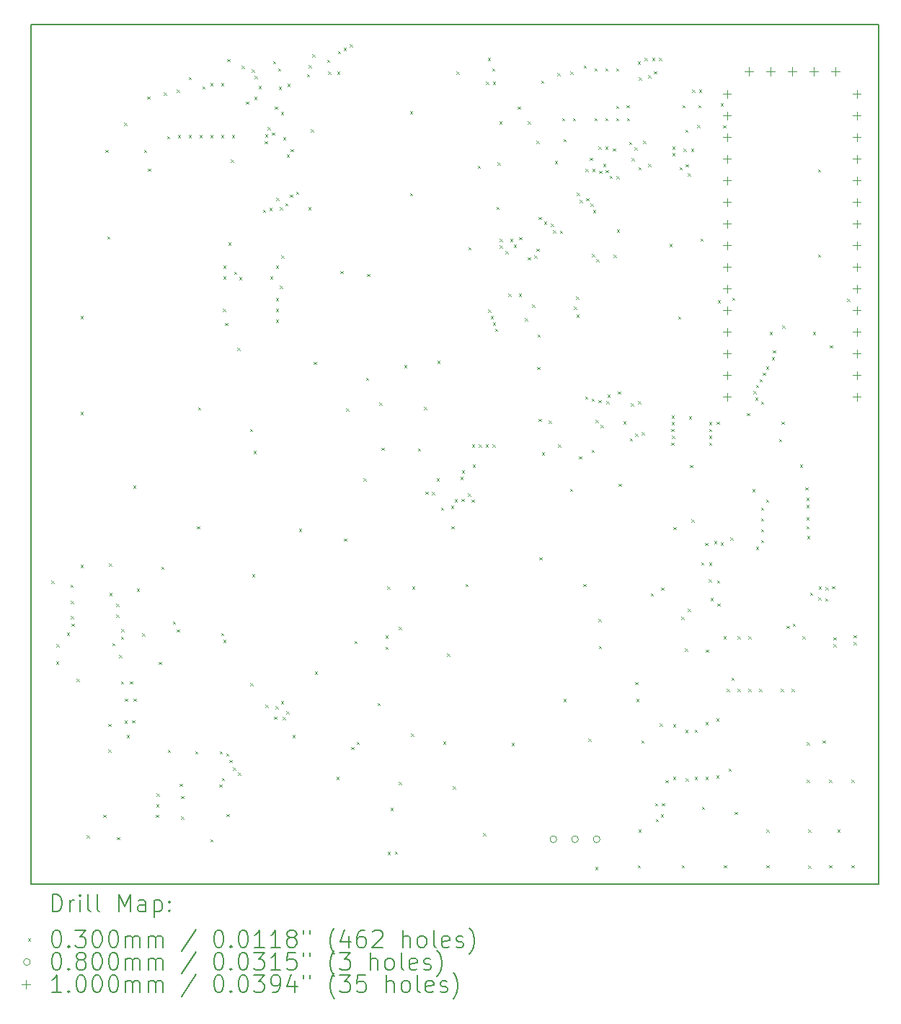
<source format=gbr>
%TF.GenerationSoftware,KiCad,Pcbnew,9.0.6*%
%TF.CreationDate,2025-11-26T10:40:33-06:00*%
%TF.ProjectId,slu,736c752e-6b69-4636-9164-5f7063625858,rev?*%
%TF.SameCoordinates,Original*%
%TF.FileFunction,Drillmap*%
%TF.FilePolarity,Positive*%
%FSLAX45Y45*%
G04 Gerber Fmt 4.5, Leading zero omitted, Abs format (unit mm)*
G04 Created by KiCad (PCBNEW 9.0.6) date 2025-11-26 10:40:33*
%MOMM*%
%LPD*%
G01*
G04 APERTURE LIST*
%ADD10C,0.200000*%
%ADD11C,0.100000*%
G04 APERTURE END LIST*
D10*
X5693340Y-4810760D02*
X15650000Y-4810760D01*
X15650000Y-14900000D01*
X5693340Y-14900000D01*
X5693340Y-4810760D01*
D11*
X5930500Y-11339116D02*
X5960500Y-11369116D01*
X5960500Y-11339116D02*
X5930500Y-11369116D01*
X5985000Y-12285000D02*
X6015000Y-12315000D01*
X6015000Y-12285000D02*
X5985000Y-12315000D01*
X5988000Y-12083020D02*
X6018000Y-12113020D01*
X6018000Y-12083020D02*
X5988000Y-12113020D01*
X6110987Y-11947643D02*
X6140987Y-11977643D01*
X6140987Y-11947643D02*
X6110987Y-11977643D01*
X6154583Y-11382056D02*
X6184583Y-11412056D01*
X6184583Y-11382056D02*
X6154583Y-11412056D01*
X6156882Y-11749855D02*
X6186882Y-11779855D01*
X6186882Y-11749855D02*
X6156882Y-11779855D01*
X6159740Y-11572480D02*
X6189740Y-11602480D01*
X6189740Y-11572480D02*
X6159740Y-11602480D01*
X6164820Y-11839180D02*
X6194820Y-11869180D01*
X6194820Y-11839180D02*
X6164820Y-11869180D01*
X6224000Y-12489000D02*
X6254000Y-12519000D01*
X6254000Y-12489000D02*
X6224000Y-12519000D01*
X6271069Y-8230000D02*
X6301069Y-8260000D01*
X6301069Y-8230000D02*
X6271069Y-8260000D01*
X6271069Y-9355000D02*
X6301069Y-9385000D01*
X6301069Y-9355000D02*
X6271069Y-9385000D01*
X6271069Y-11150840D02*
X6301069Y-11180840D01*
X6301069Y-11150840D02*
X6271069Y-11180840D01*
X6345000Y-14325000D02*
X6375000Y-14355000D01*
X6375000Y-14325000D02*
X6345000Y-14355000D01*
X6538250Y-14083500D02*
X6568250Y-14113500D01*
X6568250Y-14083500D02*
X6538250Y-14113500D01*
X6563600Y-6280000D02*
X6593600Y-6310000D01*
X6593600Y-6280000D02*
X6563600Y-6310000D01*
X6583920Y-7292580D02*
X6613920Y-7322580D01*
X6613920Y-7292580D02*
X6583920Y-7322580D01*
X6599600Y-13018000D02*
X6629600Y-13048000D01*
X6629600Y-13018000D02*
X6599600Y-13048000D01*
X6599600Y-13320000D02*
X6629600Y-13350000D01*
X6629600Y-13320000D02*
X6599600Y-13350000D01*
X6608000Y-11136000D02*
X6638000Y-11166000D01*
X6638000Y-11136000D02*
X6608000Y-11166000D01*
X6611860Y-11480500D02*
X6641860Y-11510500D01*
X6641860Y-11480500D02*
X6611860Y-11510500D01*
X6644053Y-12071000D02*
X6674053Y-12101000D01*
X6674053Y-12071000D02*
X6644053Y-12101000D01*
X6689250Y-11607500D02*
X6719250Y-11637500D01*
X6719250Y-11607500D02*
X6689250Y-11637500D01*
X6689250Y-11734500D02*
X6719250Y-11764500D01*
X6719250Y-11734500D02*
X6689250Y-11764500D01*
X6698250Y-14348500D02*
X6728250Y-14378500D01*
X6728250Y-14348500D02*
X6698250Y-14378500D01*
X6724046Y-12207703D02*
X6754046Y-12237703D01*
X6754046Y-12207703D02*
X6724046Y-12237703D01*
X6746000Y-12519000D02*
X6776000Y-12549000D01*
X6776000Y-12519000D02*
X6746000Y-12549000D01*
X6747000Y-11991976D02*
X6777000Y-12021976D01*
X6777000Y-11991976D02*
X6747000Y-12021976D01*
X6751364Y-11904199D02*
X6781364Y-11934199D01*
X6781364Y-11904199D02*
X6751364Y-11934199D01*
X6784580Y-5961620D02*
X6814580Y-5991620D01*
X6814580Y-5961620D02*
X6784580Y-5991620D01*
X6790000Y-12981000D02*
X6820000Y-13011000D01*
X6820000Y-12981000D02*
X6790000Y-13011000D01*
X6792000Y-12720000D02*
X6822000Y-12750000D01*
X6822000Y-12720000D02*
X6792000Y-12750000D01*
X6815000Y-13149000D02*
X6845000Y-13179000D01*
X6845000Y-13149000D02*
X6815000Y-13179000D01*
X6853000Y-12519000D02*
X6883000Y-12549000D01*
X6883000Y-12519000D02*
X6853000Y-12549000D01*
X6878000Y-12977000D02*
X6908000Y-13007000D01*
X6908000Y-12977000D02*
X6878000Y-13007000D01*
X6891260Y-10218660D02*
X6921260Y-10248660D01*
X6921260Y-10218660D02*
X6891260Y-10248660D01*
X6892786Y-12720786D02*
X6922786Y-12750786D01*
X6922786Y-12720786D02*
X6892786Y-12750786D01*
X6932000Y-11430000D02*
X6962000Y-11460000D01*
X6962000Y-11430000D02*
X6932000Y-11460000D01*
X6997875Y-11954125D02*
X7027875Y-11984125D01*
X7027875Y-11954125D02*
X6997875Y-11984125D01*
X7018260Y-6280000D02*
X7048260Y-6310000D01*
X7048260Y-6280000D02*
X7018260Y-6310000D01*
X7055000Y-5652500D02*
X7085000Y-5682500D01*
X7085000Y-5652500D02*
X7055000Y-5682500D01*
X7063980Y-6498000D02*
X7093980Y-6528000D01*
X7093980Y-6498000D02*
X7063980Y-6528000D01*
X7155750Y-14083500D02*
X7185750Y-14113500D01*
X7185750Y-14083500D02*
X7155750Y-14113500D01*
X7163040Y-13960080D02*
X7193040Y-13990080D01*
X7193040Y-13960080D02*
X7163040Y-13990080D01*
X7165580Y-13835620D02*
X7195580Y-13865620D01*
X7195580Y-13835620D02*
X7165580Y-13865620D01*
X7190192Y-12288452D02*
X7220192Y-12318452D01*
X7220192Y-12288452D02*
X7190192Y-12318452D01*
X7219073Y-11172900D02*
X7249073Y-11202900D01*
X7249073Y-11172900D02*
X7219073Y-11202900D01*
X7249000Y-5604000D02*
X7279000Y-5634000D01*
X7279000Y-5604000D02*
X7249000Y-5634000D01*
X7290000Y-6119100D02*
X7320000Y-6149100D01*
X7320000Y-6119100D02*
X7290000Y-6149100D01*
X7297000Y-13320649D02*
X7327000Y-13350649D01*
X7327000Y-13320649D02*
X7297000Y-13350649D01*
X7354250Y-11817000D02*
X7384250Y-11847000D01*
X7384250Y-11817000D02*
X7354250Y-11847000D01*
X7400500Y-11907462D02*
X7430500Y-11937462D01*
X7430500Y-11907462D02*
X7400500Y-11937462D01*
X7404000Y-5569000D02*
X7434000Y-5599000D01*
X7434000Y-5569000D02*
X7404000Y-5599000D01*
X7417000Y-6106000D02*
X7447000Y-6136000D01*
X7447000Y-6106000D02*
X7417000Y-6136000D01*
X7436000Y-13721000D02*
X7466000Y-13751000D01*
X7466000Y-13721000D02*
X7436000Y-13751000D01*
X7455140Y-13863560D02*
X7485140Y-13893560D01*
X7485140Y-13863560D02*
X7455140Y-13893560D01*
X7455140Y-14104860D02*
X7485140Y-14134860D01*
X7485140Y-14104860D02*
X7455140Y-14134860D01*
X7540297Y-5421944D02*
X7570297Y-5451944D01*
X7570297Y-5421944D02*
X7540297Y-5451944D01*
X7544000Y-6106000D02*
X7574000Y-6136000D01*
X7574000Y-6106000D02*
X7544000Y-6136000D01*
X7620240Y-13338000D02*
X7650240Y-13368000D01*
X7650240Y-13338000D02*
X7620240Y-13368000D01*
X7639000Y-10697000D02*
X7669000Y-10727000D01*
X7669000Y-10697000D02*
X7639000Y-10727000D01*
X7650720Y-9301720D02*
X7680720Y-9331720D01*
X7680720Y-9301720D02*
X7650720Y-9331720D01*
X7671000Y-6106000D02*
X7701000Y-6136000D01*
X7701000Y-6106000D02*
X7671000Y-6136000D01*
X7705000Y-5535000D02*
X7735000Y-5565000D01*
X7735000Y-5535000D02*
X7705000Y-5565000D01*
X7798000Y-5493500D02*
X7828000Y-5523500D01*
X7828000Y-5493500D02*
X7798000Y-5523500D01*
X7798000Y-6106000D02*
X7828000Y-6136000D01*
X7828000Y-6106000D02*
X7798000Y-6136000D01*
X7798040Y-14373000D02*
X7828040Y-14403000D01*
X7828040Y-14373000D02*
X7798040Y-14403000D01*
X7904290Y-13727316D02*
X7934290Y-13757316D01*
X7934290Y-13727316D02*
X7904290Y-13757316D01*
X7905674Y-13338969D02*
X7935674Y-13368969D01*
X7935674Y-13338969D02*
X7905674Y-13368969D01*
X7925000Y-5493500D02*
X7955000Y-5523500D01*
X7955000Y-5493500D02*
X7925000Y-5523500D01*
X7925000Y-6106000D02*
X7955000Y-6136000D01*
X7955000Y-6106000D02*
X7925000Y-6136000D01*
X7925000Y-11952000D02*
X7955000Y-11982000D01*
X7955000Y-11952000D02*
X7925000Y-11982000D01*
X7932822Y-13652576D02*
X7962822Y-13682576D01*
X7962822Y-13652576D02*
X7932822Y-13682576D01*
X7946230Y-8143480D02*
X7976230Y-8173480D01*
X7976230Y-8143480D02*
X7946230Y-8173480D01*
X7948250Y-7637500D02*
X7978250Y-7667500D01*
X7978250Y-7637500D02*
X7948250Y-7667500D01*
X7948250Y-7764500D02*
X7978250Y-7794500D01*
X7978250Y-7764500D02*
X7948250Y-7794500D01*
X7948997Y-12030511D02*
X7978997Y-12060511D01*
X7978997Y-12030511D02*
X7948997Y-12060511D01*
X7968220Y-8308580D02*
X7998220Y-8338580D01*
X7998220Y-8308580D02*
X7968220Y-8338580D01*
X7981800Y-13363563D02*
X8011800Y-13393563D01*
X8011800Y-13363563D02*
X7981800Y-13393563D01*
X7985000Y-14075000D02*
X8015000Y-14105000D01*
X8015000Y-14075000D02*
X7985000Y-14105000D01*
X7994596Y-5213100D02*
X8024596Y-5243100D01*
X8024596Y-5213100D02*
X7994596Y-5243100D01*
X8008860Y-7368160D02*
X8038860Y-7398160D01*
X8038860Y-7368160D02*
X8008860Y-7398160D01*
X8020063Y-13442063D02*
X8050063Y-13472063D01*
X8050063Y-13442063D02*
X8020063Y-13472063D01*
X8037500Y-6392100D02*
X8067500Y-6422100D01*
X8067500Y-6392100D02*
X8037500Y-6422100D01*
X8052000Y-6106000D02*
X8082000Y-6136000D01*
X8082000Y-6106000D02*
X8052000Y-6136000D01*
X8062000Y-13528400D02*
X8092000Y-13558400D01*
X8092000Y-13528400D02*
X8062000Y-13558400D01*
X8075789Y-7707665D02*
X8105789Y-7737665D01*
X8105789Y-7707665D02*
X8075789Y-7737665D01*
X8111500Y-8603220D02*
X8141500Y-8633220D01*
X8141500Y-8603220D02*
X8111500Y-8633220D01*
X8122000Y-13591000D02*
X8152000Y-13621000D01*
X8152000Y-13591000D02*
X8122000Y-13621000D01*
X8134226Y-7771060D02*
X8164226Y-7801060D01*
X8164226Y-7771060D02*
X8134226Y-7801060D01*
X8162830Y-5290961D02*
X8192830Y-5320961D01*
X8192830Y-5290961D02*
X8162830Y-5320961D01*
X8217161Y-5709514D02*
X8247161Y-5739514D01*
X8247161Y-5709514D02*
X8217161Y-5739514D01*
X8263238Y-9556650D02*
X8293238Y-9586650D01*
X8293238Y-9556650D02*
X8263238Y-9586650D01*
X8268000Y-12540000D02*
X8298000Y-12570000D01*
X8298000Y-12540000D02*
X8268000Y-12570000D01*
X8282729Y-5335259D02*
X8312729Y-5365259D01*
X8312729Y-5335259D02*
X8282729Y-5365259D01*
X8285720Y-11260060D02*
X8315720Y-11290060D01*
X8315720Y-11260060D02*
X8285720Y-11290060D01*
X8304080Y-9815000D02*
X8334080Y-9845000D01*
X8334080Y-9815000D02*
X8304080Y-9845000D01*
X8311250Y-5655000D02*
X8341250Y-5685000D01*
X8341250Y-5655000D02*
X8311250Y-5685000D01*
X8315000Y-5408483D02*
X8345000Y-5438483D01*
X8345000Y-5408483D02*
X8315000Y-5438483D01*
X8362580Y-5527469D02*
X8392580Y-5557469D01*
X8392580Y-5527469D02*
X8362580Y-5557469D01*
X8413759Y-6981258D02*
X8443759Y-7011258D01*
X8443759Y-6981258D02*
X8413759Y-7011258D01*
X8433974Y-6175307D02*
X8463974Y-6205307D01*
X8463974Y-6175307D02*
X8433974Y-6205307D01*
X8441460Y-6094632D02*
X8471460Y-6124632D01*
X8471460Y-6094632D02*
X8441460Y-6124632D01*
X8443613Y-12794828D02*
X8473613Y-12824828D01*
X8473613Y-12794828D02*
X8443613Y-12824828D01*
X8468000Y-6012232D02*
X8498000Y-6042232D01*
X8498000Y-6012232D02*
X8468000Y-6042232D01*
X8492316Y-6959270D02*
X8522316Y-6989270D01*
X8522316Y-6959270D02*
X8492316Y-6989270D01*
X8497294Y-7763233D02*
X8527294Y-7793233D01*
X8527294Y-7763233D02*
X8497294Y-7793233D01*
X8518854Y-6074000D02*
X8548854Y-6104000D01*
X8548854Y-6074000D02*
X8518854Y-6104000D01*
X8534000Y-5238000D02*
X8564000Y-5268000D01*
X8564000Y-5238000D02*
X8534000Y-5268000D01*
X8544180Y-12931390D02*
X8574180Y-12961390D01*
X8574180Y-12931390D02*
X8544180Y-12961390D01*
X8553000Y-5771000D02*
X8583000Y-5801000D01*
X8583000Y-5771000D02*
X8553000Y-5801000D01*
X8563713Y-12810655D02*
X8593713Y-12840655D01*
X8593713Y-12810655D02*
X8563713Y-12840655D01*
X8565750Y-7637500D02*
X8595750Y-7667500D01*
X8595750Y-7637500D02*
X8565750Y-7667500D01*
X8565750Y-8018500D02*
X8595750Y-8048500D01*
X8595750Y-8018500D02*
X8565750Y-8048500D01*
X8565750Y-8145500D02*
X8595750Y-8175500D01*
X8595750Y-8145500D02*
X8565750Y-8175500D01*
X8565750Y-8272500D02*
X8595750Y-8302500D01*
X8595750Y-8272500D02*
X8565750Y-8302500D01*
X8571200Y-6839224D02*
X8601200Y-6869224D01*
X8601200Y-6839224D02*
X8571200Y-6869224D01*
X8591000Y-5322000D02*
X8621000Y-5352000D01*
X8621000Y-5322000D02*
X8591000Y-5352000D01*
X8601000Y-5536000D02*
X8631000Y-5566000D01*
X8631000Y-5536000D02*
X8601000Y-5566000D01*
X8611771Y-7875171D02*
X8641771Y-7905171D01*
X8641771Y-7875171D02*
X8611771Y-7905171D01*
X8612416Y-6952732D02*
X8642416Y-6982732D01*
X8642416Y-6952732D02*
X8612416Y-6982732D01*
X8625000Y-12753000D02*
X8655000Y-12783000D01*
X8655000Y-12753000D02*
X8625000Y-12783000D01*
X8626500Y-5831500D02*
X8656500Y-5861500D01*
X8656500Y-5831500D02*
X8626500Y-5861500D01*
X8628620Y-7518640D02*
X8658620Y-7548640D01*
X8658620Y-7518640D02*
X8628620Y-7548640D01*
X8645761Y-12936655D02*
X8675761Y-12966655D01*
X8675761Y-12936655D02*
X8645761Y-12966655D01*
X8651316Y-6129858D02*
X8681316Y-6159858D01*
X8681316Y-6129858D02*
X8651316Y-6159858D01*
X8676714Y-6905132D02*
X8706714Y-6935132D01*
X8706714Y-6905132D02*
X8676714Y-6935132D01*
X8690000Y-12870000D02*
X8720000Y-12900000D01*
X8720000Y-12870000D02*
X8690000Y-12900000D01*
X8695531Y-6334200D02*
X8725531Y-6364200D01*
X8725531Y-6334200D02*
X8695531Y-6364200D01*
X8701000Y-5503000D02*
X8731000Y-5533000D01*
X8731000Y-5503000D02*
X8701000Y-5533000D01*
X8731425Y-6803570D02*
X8761425Y-6833570D01*
X8761425Y-6803570D02*
X8731425Y-6833570D01*
X8740517Y-6268046D02*
X8770517Y-6298046D01*
X8770517Y-6268046D02*
X8740517Y-6298046D01*
X8763000Y-13150000D02*
X8793000Y-13180000D01*
X8793000Y-13150000D02*
X8763000Y-13180000D01*
X8803579Y-6769018D02*
X8833579Y-6799018D01*
X8833579Y-6769018D02*
X8803579Y-6799018D01*
X8838586Y-10729586D02*
X8868586Y-10759586D01*
X8868586Y-10729586D02*
X8838586Y-10759586D01*
X8932256Y-5391077D02*
X8962256Y-5421077D01*
X8962256Y-5391077D02*
X8932256Y-5421077D01*
X8946479Y-6952479D02*
X8976479Y-6982479D01*
X8976479Y-6952479D02*
X8946479Y-6982479D01*
X8952500Y-5282500D02*
X8982500Y-5312500D01*
X8982500Y-5282500D02*
X8952500Y-5312500D01*
X8978000Y-6039000D02*
X9008000Y-6069000D01*
X9008000Y-6039000D02*
X8978000Y-6069000D01*
X8992017Y-5155100D02*
X9022017Y-5185100D01*
X9022017Y-5155100D02*
X8992017Y-5185100D01*
X9012160Y-8768320D02*
X9042160Y-8798320D01*
X9042160Y-8768320D02*
X9012160Y-8798320D01*
X9022000Y-12405000D02*
X9052000Y-12435000D01*
X9052000Y-12405000D02*
X9022000Y-12435000D01*
X9168121Y-5218997D02*
X9198121Y-5248997D01*
X9198121Y-5218997D02*
X9168121Y-5248997D01*
X9181500Y-5360000D02*
X9211500Y-5390000D01*
X9211500Y-5360000D02*
X9181500Y-5390000D01*
X9277329Y-13641000D02*
X9307329Y-13671000D01*
X9307329Y-13641000D02*
X9277329Y-13671000D01*
X9287750Y-5360000D02*
X9317750Y-5390000D01*
X9317750Y-5360000D02*
X9287750Y-5390000D01*
X9295382Y-5119700D02*
X9325382Y-5149700D01*
X9325382Y-5119700D02*
X9295382Y-5149700D01*
X9324580Y-7701520D02*
X9354580Y-7731520D01*
X9354580Y-7701520D02*
X9324580Y-7731520D01*
X9364121Y-5078775D02*
X9394121Y-5108775D01*
X9394121Y-5078775D02*
X9364121Y-5108775D01*
X9367500Y-10842500D02*
X9397500Y-10872500D01*
X9397500Y-10842500D02*
X9367500Y-10872500D01*
X9393964Y-9315240D02*
X9423964Y-9345240D01*
X9423964Y-9315240D02*
X9393964Y-9345240D01*
X9433643Y-5039193D02*
X9463643Y-5069193D01*
X9463643Y-5039193D02*
X9433643Y-5069193D01*
X9453734Y-13288474D02*
X9483734Y-13318474D01*
X9483734Y-13288474D02*
X9453734Y-13318474D01*
X9488000Y-12043000D02*
X9518000Y-12073000D01*
X9518000Y-12043000D02*
X9488000Y-12073000D01*
X9515080Y-13228560D02*
X9545080Y-13258560D01*
X9545080Y-13228560D02*
X9515080Y-13258560D01*
X9596964Y-10135240D02*
X9626964Y-10165240D01*
X9626964Y-10135240D02*
X9596964Y-10165240D01*
X9625000Y-8955000D02*
X9655000Y-8985000D01*
X9655000Y-8955000D02*
X9625000Y-8985000D01*
X9637000Y-7736000D02*
X9667000Y-7766000D01*
X9667000Y-7736000D02*
X9637000Y-7766000D01*
X9762000Y-12773000D02*
X9792000Y-12803000D01*
X9792000Y-12773000D02*
X9762000Y-12803000D01*
X9781000Y-9247000D02*
X9811000Y-9277000D01*
X9811000Y-9247000D02*
X9781000Y-9277000D01*
X9805000Y-9775000D02*
X9835000Y-9805000D01*
X9835000Y-9775000D02*
X9805000Y-9805000D01*
X9855000Y-12110000D02*
X9885000Y-12140000D01*
X9885000Y-12110000D02*
X9855000Y-12140000D01*
X9855426Y-11980000D02*
X9885426Y-12010000D01*
X9885426Y-11980000D02*
X9855426Y-12010000D01*
X9873750Y-11406000D02*
X9903750Y-11436000D01*
X9903750Y-11406000D02*
X9873750Y-11436000D01*
X9880452Y-14522326D02*
X9910452Y-14552326D01*
X9910452Y-14522326D02*
X9880452Y-14552326D01*
X9913000Y-14004000D02*
X9943000Y-14034000D01*
X9943000Y-14004000D02*
X9913000Y-14034000D01*
X9964000Y-14515000D02*
X9994000Y-14545000D01*
X9994000Y-14515000D02*
X9964000Y-14545000D01*
X10010000Y-11877000D02*
X10040000Y-11907000D01*
X10040000Y-11877000D02*
X10010000Y-11907000D01*
X10012000Y-13699000D02*
X10042000Y-13729000D01*
X10042000Y-13699000D02*
X10012000Y-13729000D01*
X10075000Y-8805000D02*
X10105000Y-8835000D01*
X10105000Y-8805000D02*
X10075000Y-8835000D01*
X10140250Y-5823000D02*
X10170250Y-5853000D01*
X10170250Y-5823000D02*
X10140250Y-5853000D01*
X10140250Y-6788000D02*
X10170250Y-6818000D01*
X10170250Y-6788000D02*
X10140250Y-6818000D01*
X10155160Y-13132040D02*
X10185160Y-13162040D01*
X10185160Y-13132040D02*
X10155160Y-13162040D01*
X10166250Y-11406000D02*
X10196250Y-11436000D01*
X10196250Y-11406000D02*
X10166250Y-11436000D01*
X10235000Y-9785000D02*
X10265000Y-9815000D01*
X10265000Y-9785000D02*
X10235000Y-9815000D01*
X10306148Y-9296267D02*
X10336148Y-9326267D01*
X10336148Y-9296267D02*
X10306148Y-9326267D01*
X10322000Y-10290207D02*
X10352000Y-10320207D01*
X10352000Y-10290207D02*
X10322000Y-10320207D01*
X10401890Y-10294416D02*
X10431890Y-10324416D01*
X10431890Y-10294416D02*
X10401890Y-10324416D01*
X10455935Y-10136769D02*
X10485935Y-10166769D01*
X10485935Y-10136769D02*
X10455935Y-10166769D01*
X10462000Y-8755000D02*
X10492000Y-8785000D01*
X10492000Y-8755000D02*
X10462000Y-8785000D01*
X10505435Y-10476410D02*
X10535435Y-10506410D01*
X10535435Y-10476410D02*
X10505435Y-10506410D01*
X10531080Y-13223480D02*
X10561080Y-13253480D01*
X10561080Y-13223480D02*
X10531080Y-13253480D01*
X10576000Y-12190000D02*
X10606000Y-12220000D01*
X10606000Y-12190000D02*
X10576000Y-12220000D01*
X10625535Y-10458120D02*
X10655535Y-10488120D01*
X10655535Y-10458120D02*
X10625535Y-10488120D01*
X10627000Y-10696000D02*
X10657000Y-10726000D01*
X10657000Y-10696000D02*
X10627000Y-10726000D01*
X10645800Y-13751985D02*
X10675800Y-13781985D01*
X10675800Y-13751985D02*
X10645800Y-13781985D01*
X10667153Y-10378355D02*
X10697153Y-10408355D01*
X10697153Y-10378355D02*
X10667153Y-10408355D01*
X10687250Y-5360000D02*
X10717250Y-5390000D01*
X10717250Y-5360000D02*
X10687250Y-5390000D01*
X10733358Y-10119789D02*
X10763358Y-10149789D01*
X10763358Y-10119789D02*
X10733358Y-10149789D01*
X10747133Y-10376565D02*
X10777133Y-10406565D01*
X10777133Y-10376565D02*
X10747133Y-10406565D01*
X10752123Y-10042020D02*
X10782123Y-10072020D01*
X10782123Y-10042020D02*
X10752123Y-10072020D01*
X10795250Y-11375000D02*
X10825250Y-11405000D01*
X10825250Y-11375000D02*
X10795250Y-11405000D01*
X10823137Y-10313137D02*
X10853137Y-10343137D01*
X10853137Y-10313137D02*
X10823137Y-10343137D01*
X10826000Y-7421000D02*
X10856000Y-7451000D01*
X10856000Y-7421000D02*
X10826000Y-7451000D01*
X10867233Y-10382631D02*
X10897233Y-10412631D01*
X10897233Y-10382631D02*
X10867233Y-10412631D01*
X10869999Y-9738000D02*
X10899999Y-9768000D01*
X10899999Y-9738000D02*
X10869999Y-9768000D01*
X10876327Y-9974527D02*
X10906327Y-10004527D01*
X10906327Y-9974527D02*
X10876327Y-10004527D01*
X10937011Y-6464744D02*
X10967011Y-6494744D01*
X10967011Y-6464744D02*
X10937011Y-6494744D01*
X10949999Y-9738000D02*
X10979999Y-9768000D01*
X10979999Y-9738000D02*
X10949999Y-9768000D01*
X10999000Y-14301000D02*
X11029000Y-14331000D01*
X11029000Y-14301000D02*
X10999000Y-14331000D01*
X11030000Y-9738000D02*
X11060000Y-9768000D01*
X11060000Y-9738000D02*
X11030000Y-9768000D01*
X11035100Y-5480200D02*
X11065100Y-5510200D01*
X11065100Y-5480200D02*
X11035100Y-5510200D01*
X11057500Y-5199500D02*
X11087500Y-5229500D01*
X11087500Y-5199500D02*
X11057500Y-5229500D01*
X11058243Y-8153757D02*
X11088243Y-8183757D01*
X11088243Y-8153757D02*
X11058243Y-8183757D01*
X11090809Y-8227737D02*
X11120809Y-8257737D01*
X11120809Y-8227737D02*
X11090809Y-8257737D01*
X11106556Y-5320000D02*
X11136556Y-5350000D01*
X11136556Y-5320000D02*
X11106556Y-5350000D01*
X11110000Y-9738000D02*
X11140000Y-9768000D01*
X11140000Y-9738000D02*
X11110000Y-9768000D01*
X11114051Y-8304287D02*
X11144051Y-8334287D01*
X11144051Y-8304287D02*
X11114051Y-8334287D01*
X11115100Y-5480200D02*
X11145100Y-5510200D01*
X11145100Y-5480200D02*
X11115100Y-5510200D01*
X11141903Y-8379282D02*
X11171903Y-8409282D01*
X11171903Y-8379282D02*
X11141903Y-8409282D01*
X11158000Y-6947000D02*
X11188000Y-6977000D01*
X11188000Y-6947000D02*
X11158000Y-6977000D01*
X11171034Y-6426566D02*
X11201033Y-6456566D01*
X11201033Y-6426566D02*
X11171034Y-6456566D01*
X11192267Y-5945852D02*
X11222267Y-5975852D01*
X11222267Y-5945852D02*
X11192267Y-5975852D01*
X11196900Y-7322000D02*
X11226900Y-7352000D01*
X11226900Y-7322000D02*
X11196900Y-7352000D01*
X11196900Y-7402000D02*
X11226900Y-7432000D01*
X11226900Y-7402000D02*
X11196900Y-7432000D01*
X11261073Y-7466926D02*
X11291073Y-7496926D01*
X11291073Y-7466926D02*
X11261073Y-7496926D01*
X11298354Y-7966821D02*
X11328354Y-7996821D01*
X11328354Y-7966821D02*
X11298354Y-7996821D01*
X11316900Y-7321854D02*
X11346900Y-7351854D01*
X11346900Y-7321854D02*
X11316900Y-7351854D01*
X11334376Y-13241051D02*
X11364376Y-13271051D01*
X11364376Y-13241051D02*
X11334376Y-13271051D01*
X11359609Y-7389500D02*
X11389609Y-7419500D01*
X11389609Y-7389500D02*
X11359609Y-7419500D01*
X11406120Y-5770000D02*
X11436120Y-5800000D01*
X11436120Y-5770000D02*
X11406120Y-5800000D01*
X11420150Y-7966583D02*
X11450150Y-7996583D01*
X11450150Y-7966583D02*
X11420150Y-7996583D01*
X11424000Y-7304000D02*
X11454000Y-7334000D01*
X11454000Y-7304000D02*
X11424000Y-7334000D01*
X11490000Y-8255000D02*
X11520000Y-8285000D01*
X11520000Y-8255000D02*
X11490000Y-8285000D01*
X11525000Y-5945000D02*
X11555000Y-5975000D01*
X11555000Y-5945000D02*
X11525000Y-5975000D01*
X11526968Y-7540000D02*
X11556968Y-7570000D01*
X11556968Y-7540000D02*
X11526968Y-7570000D01*
X11577000Y-8093000D02*
X11607000Y-8123000D01*
X11607000Y-8093000D02*
X11577000Y-8123000D01*
X11603459Y-7516568D02*
X11633459Y-7546568D01*
X11633459Y-7516568D02*
X11603459Y-7546568D01*
X11625093Y-7439548D02*
X11655093Y-7469548D01*
X11655093Y-7439548D02*
X11625093Y-7469548D01*
X11628360Y-6172440D02*
X11658360Y-6202440D01*
X11658360Y-6172440D02*
X11628360Y-6202440D01*
X11635000Y-8825000D02*
X11665000Y-8855000D01*
X11665000Y-8825000D02*
X11635000Y-8855000D01*
X11639500Y-8444000D02*
X11669500Y-8474000D01*
X11669500Y-8444000D02*
X11639500Y-8474000D01*
X11654841Y-7066725D02*
X11684841Y-7096725D01*
X11684841Y-7066725D02*
X11654841Y-7096725D01*
X11655000Y-9435000D02*
X11685000Y-9465000D01*
X11685000Y-9435000D02*
X11655000Y-9465000D01*
X11663125Y-11062344D02*
X11693125Y-11092344D01*
X11693125Y-11062344D02*
X11663125Y-11092344D01*
X11683000Y-5463500D02*
X11713000Y-5493500D01*
X11713000Y-5463500D02*
X11683000Y-5493500D01*
X11690000Y-9830000D02*
X11720000Y-9860000D01*
X11720000Y-9830000D02*
X11690000Y-9860000D01*
X11715321Y-7119321D02*
X11745321Y-7149321D01*
X11745321Y-7119321D02*
X11715321Y-7149321D01*
X11770000Y-9457600D02*
X11800000Y-9487600D01*
X11800000Y-9457600D02*
X11770000Y-9487600D01*
X11796000Y-7146600D02*
X11826000Y-7176600D01*
X11826000Y-7146600D02*
X11796000Y-7176600D01*
X11824112Y-7221498D02*
X11854112Y-7251498D01*
X11854112Y-7221498D02*
X11824112Y-7251498D01*
X11842250Y-6407500D02*
X11872250Y-6437500D01*
X11872250Y-6407500D02*
X11842250Y-6437500D01*
X11872500Y-5375000D02*
X11902500Y-5405000D01*
X11902500Y-5375000D02*
X11872500Y-5405000D01*
X11880000Y-9738000D02*
X11910000Y-9768000D01*
X11910000Y-9738000D02*
X11880000Y-9768000D01*
X11903937Y-7226800D02*
X11933937Y-7256800D01*
X11933937Y-7226800D02*
X11903937Y-7256800D01*
X11926750Y-5903750D02*
X11956750Y-5933750D01*
X11956750Y-5903750D02*
X11926750Y-5933750D01*
X11944000Y-12726000D02*
X11974000Y-12756000D01*
X11974000Y-12726000D02*
X11944000Y-12756000D01*
X11945032Y-6152385D02*
X11975032Y-6182385D01*
X11975032Y-6152385D02*
X11945032Y-6182385D01*
X12020414Y-10256586D02*
X12050414Y-10286586D01*
X12050414Y-10256586D02*
X12020414Y-10286586D01*
X12024923Y-5360600D02*
X12054923Y-5390600D01*
X12054923Y-5360600D02*
X12024923Y-5390600D01*
X12053750Y-5903750D02*
X12083750Y-5933750D01*
X12083750Y-5903750D02*
X12053750Y-5933750D01*
X12066000Y-8121000D02*
X12096000Y-8151000D01*
X12096000Y-8121000D02*
X12066000Y-8151000D01*
X12095000Y-8000000D02*
X12125000Y-8030000D01*
X12125000Y-8000000D02*
X12095000Y-8030000D01*
X12099000Y-8215000D02*
X12129000Y-8245000D01*
X12129000Y-8215000D02*
X12099000Y-8245000D01*
X12100332Y-6779815D02*
X12130332Y-6809815D01*
X12130332Y-6779815D02*
X12100332Y-6809815D01*
X12124777Y-9876335D02*
X12154777Y-9906335D01*
X12154777Y-9876335D02*
X12124777Y-9906335D01*
X12135509Y-6868459D02*
X12165509Y-6898459D01*
X12165509Y-6868459D02*
X12135509Y-6898459D01*
X12178250Y-11377000D02*
X12208250Y-11407000D01*
X12208250Y-11377000D02*
X12178250Y-11407000D01*
X12180750Y-5286250D02*
X12210750Y-5316250D01*
X12210750Y-5286250D02*
X12180750Y-5316250D01*
X12197320Y-9174720D02*
X12227320Y-9204720D01*
X12227320Y-9174720D02*
X12197320Y-9204720D01*
X12204825Y-6504600D02*
X12234825Y-6534600D01*
X12234825Y-6504600D02*
X12204825Y-6534600D01*
X12212341Y-6846169D02*
X12242341Y-6876169D01*
X12242341Y-6846169D02*
X12212341Y-6876169D01*
X12235000Y-13190000D02*
X12265000Y-13220000D01*
X12265000Y-13190000D02*
X12235000Y-13220000D01*
X12253971Y-6373150D02*
X12283971Y-6403150D01*
X12283971Y-6373150D02*
X12253971Y-6403150D01*
X12260096Y-6910736D02*
X12290096Y-6940736D01*
X12290096Y-6910736D02*
X12260096Y-6940736D01*
X12276060Y-9801060D02*
X12306060Y-9831060D01*
X12306060Y-9801060D02*
X12276060Y-9831060D01*
X12276459Y-9199854D02*
X12306459Y-9229854D01*
X12306459Y-9199854D02*
X12276459Y-9229854D01*
X12277618Y-7499749D02*
X12307618Y-7529749D01*
X12307618Y-7499749D02*
X12277618Y-7529749D01*
X12284825Y-6504600D02*
X12314825Y-6534600D01*
X12314825Y-6504600D02*
X12284825Y-6534600D01*
X12293553Y-6983404D02*
X12323553Y-7013404D01*
X12323553Y-6983404D02*
X12293553Y-7013404D01*
X12307750Y-5319800D02*
X12337750Y-5349800D01*
X12337750Y-5319800D02*
X12307750Y-5349800D01*
X12307750Y-5903750D02*
X12337750Y-5933750D01*
X12337750Y-5903750D02*
X12307750Y-5933750D01*
X12315680Y-14696680D02*
X12345680Y-14726680D01*
X12345680Y-14696680D02*
X12315680Y-14726680D01*
X12321734Y-9447947D02*
X12351734Y-9477947D01*
X12351734Y-9447947D02*
X12321734Y-9477947D01*
X12330231Y-7560014D02*
X12360231Y-7590014D01*
X12360231Y-7560014D02*
X12330231Y-7590014D01*
X12355000Y-11785000D02*
X12385000Y-11815000D01*
X12385000Y-11785000D02*
X12355000Y-11815000D01*
X12355934Y-6242000D02*
X12385934Y-6272000D01*
X12385934Y-6242000D02*
X12355934Y-6272000D01*
X12357787Y-9216861D02*
X12387787Y-9246861D01*
X12387787Y-9216861D02*
X12357787Y-9246861D01*
X12360000Y-12105000D02*
X12390000Y-12135000D01*
X12390000Y-12105000D02*
X12360000Y-12135000D01*
X12362094Y-6525325D02*
X12392094Y-6555325D01*
X12392094Y-6525325D02*
X12362094Y-6555325D01*
X12381734Y-9510046D02*
X12411734Y-9540046D01*
X12411734Y-9510046D02*
X12381734Y-9540046D01*
X12411800Y-6442200D02*
X12441800Y-6472200D01*
X12441800Y-6442200D02*
X12411800Y-6472200D01*
X12434750Y-5319800D02*
X12464750Y-5349800D01*
X12464750Y-5319800D02*
X12434750Y-5349800D01*
X12434750Y-5903750D02*
X12464750Y-5933750D01*
X12464750Y-5903750D02*
X12434750Y-5933750D01*
X12435934Y-6242000D02*
X12465934Y-6272000D01*
X12465934Y-6242000D02*
X12435934Y-6272000D01*
X12441600Y-6516443D02*
X12471600Y-6546443D01*
X12471600Y-6516443D02*
X12441600Y-6546443D01*
X12446725Y-9229621D02*
X12476725Y-9259621D01*
X12476725Y-9229621D02*
X12446725Y-9259621D01*
X12461769Y-9151048D02*
X12491769Y-9181048D01*
X12491769Y-9151048D02*
X12461769Y-9181048D01*
X12487003Y-6584840D02*
X12517003Y-6614840D01*
X12517003Y-6584840D02*
X12487003Y-6614840D01*
X12523890Y-6262837D02*
X12553890Y-6292837D01*
X12553890Y-6262837D02*
X12523890Y-6292837D01*
X12532600Y-7508480D02*
X12562600Y-7538480D01*
X12562600Y-7508480D02*
X12532600Y-7538480D01*
X12561750Y-5319800D02*
X12591750Y-5349800D01*
X12591750Y-5319800D02*
X12561750Y-5349800D01*
X12561750Y-5903750D02*
X12591750Y-5933750D01*
X12591750Y-5903750D02*
X12561750Y-5933750D01*
X12562500Y-5762500D02*
X12592500Y-5792500D01*
X12592500Y-5762500D02*
X12562500Y-5792500D01*
X12566889Y-6589104D02*
X12596889Y-6619104D01*
X12596889Y-6589104D02*
X12566889Y-6619104D01*
X12572000Y-7213000D02*
X12602000Y-7243000D01*
X12602000Y-7213000D02*
X12572000Y-7243000D01*
X12585000Y-9115000D02*
X12615000Y-9145000D01*
X12615000Y-9115000D02*
X12585000Y-9145000D01*
X12593000Y-10198250D02*
X12623000Y-10228250D01*
X12623000Y-10198250D02*
X12593000Y-10228250D01*
X12647598Y-9466011D02*
X12677598Y-9496011D01*
X12677598Y-9466011D02*
X12647598Y-9496011D01*
X12685000Y-5752500D02*
X12715000Y-5782500D01*
X12715000Y-5752500D02*
X12685000Y-5782500D01*
X12688750Y-5903750D02*
X12718750Y-5933750D01*
X12718750Y-5903750D02*
X12688750Y-5933750D01*
X12716570Y-6186718D02*
X12746570Y-6216718D01*
X12746570Y-6186718D02*
X12716570Y-6216718D01*
X12724765Y-9663739D02*
X12754765Y-9693739D01*
X12754765Y-9663739D02*
X12724765Y-9693739D01*
X12735000Y-9255000D02*
X12765000Y-9285000D01*
X12765000Y-9255000D02*
X12735000Y-9285000D01*
X12743560Y-6374800D02*
X12773560Y-6404800D01*
X12773560Y-6374800D02*
X12743560Y-6404800D01*
X12777985Y-6248132D02*
X12807985Y-6278132D01*
X12807985Y-6248132D02*
X12777985Y-6278132D01*
X12785431Y-9611588D02*
X12815431Y-9641588D01*
X12815431Y-9611588D02*
X12785431Y-9641588D01*
X12786000Y-12527650D02*
X12816000Y-12557650D01*
X12816000Y-12527650D02*
X12786000Y-12557650D01*
X12800000Y-12727850D02*
X12830000Y-12757850D01*
X12830000Y-12727850D02*
X12800000Y-12757850D01*
X12815750Y-5239600D02*
X12845750Y-5269600D01*
X12845750Y-5239600D02*
X12815750Y-5269600D01*
X12817080Y-14676360D02*
X12847080Y-14706360D01*
X12847080Y-14676360D02*
X12817080Y-14706360D01*
X12820780Y-9229220D02*
X12850780Y-9259220D01*
X12850780Y-9229220D02*
X12820780Y-9259220D01*
X12825000Y-6482700D02*
X12855000Y-6512700D01*
X12855000Y-6482700D02*
X12825000Y-6512700D01*
X12825000Y-14256000D02*
X12855000Y-14286000D01*
X12855000Y-14256000D02*
X12825000Y-14286000D01*
X12829806Y-5427500D02*
X12859806Y-5457500D01*
X12859806Y-5427500D02*
X12829806Y-5457500D01*
X12857720Y-13213140D02*
X12887720Y-13243140D01*
X12887720Y-13213140D02*
X12857720Y-13243140D01*
X12862800Y-9591240D02*
X12892800Y-9621240D01*
X12892800Y-9591240D02*
X12862800Y-9621240D01*
X12879016Y-6174500D02*
X12909016Y-6204500D01*
X12909016Y-6174500D02*
X12879016Y-6204500D01*
X12899369Y-5196900D02*
X12929369Y-5226900D01*
X12929369Y-5196900D02*
X12899369Y-5226900D01*
X12938226Y-5400000D02*
X12968226Y-5430000D01*
X12968226Y-5400000D02*
X12938226Y-5430000D01*
X12940000Y-6442500D02*
X12970000Y-6472500D01*
X12970000Y-6442500D02*
X12940000Y-6472500D01*
X12968000Y-11486000D02*
X12998000Y-11516000D01*
X12998000Y-11486000D02*
X12968000Y-11516000D01*
X12984719Y-5196900D02*
X13014719Y-5226900D01*
X13014719Y-5196900D02*
X12984719Y-5226900D01*
X13005687Y-5357000D02*
X13035687Y-5387000D01*
X13035687Y-5357000D02*
X13005687Y-5387000D01*
X13020000Y-13950000D02*
X13050000Y-13980000D01*
X13050000Y-13950000D02*
X13020000Y-13980000D01*
X13028888Y-14134189D02*
X13058888Y-14164189D01*
X13058888Y-14134189D02*
X13028888Y-14164189D01*
X13064719Y-5196900D02*
X13094719Y-5226900D01*
X13094719Y-5196900D02*
X13064719Y-5226900D01*
X13075000Y-13015000D02*
X13105000Y-13045000D01*
X13105000Y-13015000D02*
X13075000Y-13045000D01*
X13088500Y-14080837D02*
X13118500Y-14110837D01*
X13118500Y-14080837D02*
X13088500Y-14110837D01*
X13094000Y-11417000D02*
X13124000Y-11447000D01*
X13124000Y-11417000D02*
X13094000Y-11447000D01*
X13100000Y-13950000D02*
X13130000Y-13980000D01*
X13130000Y-13950000D02*
X13100000Y-13980000D01*
X13142200Y-13678140D02*
X13172200Y-13708140D01*
X13172200Y-13678140D02*
X13142200Y-13708140D01*
X13191000Y-7384750D02*
X13221000Y-7414750D01*
X13221000Y-7384750D02*
X13191000Y-7414750D01*
X13212373Y-9555821D02*
X13242373Y-9585821D01*
X13242373Y-9555821D02*
X13212373Y-9585821D01*
X13212901Y-9715522D02*
X13242901Y-9745522D01*
X13242901Y-9715522D02*
X13212901Y-9745522D01*
X13214557Y-9395930D02*
X13244557Y-9425930D01*
X13244557Y-9395930D02*
X13214557Y-9425930D01*
X13216214Y-9475913D02*
X13246214Y-9505913D01*
X13246214Y-9475913D02*
X13216214Y-9505913D01*
X13217523Y-9635655D02*
X13247523Y-9665655D01*
X13247523Y-9635655D02*
X13217523Y-9665655D01*
X13222044Y-6238554D02*
X13252044Y-6268554D01*
X13252044Y-6238554D02*
X13222044Y-6268554D01*
X13225139Y-6318494D02*
X13255139Y-6348494D01*
X13255139Y-6318494D02*
X13225139Y-6348494D01*
X13232500Y-13020250D02*
X13262500Y-13050250D01*
X13262500Y-13020250D02*
X13232500Y-13050250D01*
X13232500Y-13637750D02*
X13262500Y-13667750D01*
X13262500Y-13637750D02*
X13232500Y-13667750D01*
X13235000Y-10705000D02*
X13265000Y-10735000D01*
X13265000Y-10705000D02*
X13235000Y-10735000D01*
X13291000Y-8235750D02*
X13321000Y-8265750D01*
X13321000Y-8235750D02*
X13291000Y-8265750D01*
X13307153Y-6482700D02*
X13337153Y-6512700D01*
X13337153Y-6482700D02*
X13307153Y-6512700D01*
X13330498Y-11762641D02*
X13360498Y-11792641D01*
X13360498Y-11762641D02*
X13330498Y-11792641D01*
X13335240Y-14676360D02*
X13365240Y-14706360D01*
X13365240Y-14676360D02*
X13335240Y-14706360D01*
X13342400Y-5753281D02*
X13372400Y-5783281D01*
X13372400Y-5753281D02*
X13342400Y-5783281D01*
X13355000Y-6265000D02*
X13385000Y-6295000D01*
X13385000Y-6265000D02*
X13355000Y-6295000D01*
X13370000Y-12135000D02*
X13400000Y-12165000D01*
X13400000Y-12135000D02*
X13370000Y-12165000D01*
X13375000Y-6042926D02*
X13405000Y-6072926D01*
X13405000Y-6042926D02*
X13375000Y-6072926D01*
X13377630Y-13089650D02*
X13407630Y-13119650D01*
X13407630Y-13089650D02*
X13377630Y-13119650D01*
X13378963Y-6447441D02*
X13408963Y-6477441D01*
X13408963Y-6447441D02*
X13378963Y-6477441D01*
X13380924Y-13659174D02*
X13410924Y-13689174D01*
X13410924Y-13659174D02*
X13380924Y-13689174D01*
X13405597Y-6554103D02*
X13435597Y-6584103D01*
X13435597Y-6554103D02*
X13405597Y-6584103D01*
X13406461Y-11668898D02*
X13436461Y-11698898D01*
X13436461Y-11668898D02*
X13406461Y-11698898D01*
X13416520Y-9408400D02*
X13446520Y-9438400D01*
X13446520Y-9408400D02*
X13416520Y-9438400D01*
X13430000Y-9980000D02*
X13460000Y-10010000D01*
X13460000Y-9980000D02*
X13430000Y-10010000D01*
X13445000Y-6265000D02*
X13475000Y-6295000D01*
X13475000Y-6265000D02*
X13445000Y-6295000D01*
X13448295Y-10616705D02*
X13478295Y-10646705D01*
X13478295Y-10616705D02*
X13448295Y-10646705D01*
X13455000Y-5570000D02*
X13485000Y-5600000D01*
X13485000Y-5570000D02*
X13455000Y-5600000D01*
X13486500Y-13637750D02*
X13516500Y-13667750D01*
X13516500Y-13637750D02*
X13486500Y-13667750D01*
X13487640Y-13086320D02*
X13517640Y-13116320D01*
X13517640Y-13086320D02*
X13487640Y-13116320D01*
X13515000Y-5985000D02*
X13545000Y-6015000D01*
X13545000Y-5985000D02*
X13515000Y-6015000D01*
X13527500Y-5752500D02*
X13557500Y-5782500D01*
X13557500Y-5752500D02*
X13527500Y-5782500D01*
X13535000Y-5570000D02*
X13565000Y-5600000D01*
X13565000Y-5570000D02*
X13535000Y-5600000D01*
X13553720Y-7320486D02*
X13583720Y-7350486D01*
X13583720Y-7320486D02*
X13553720Y-7350486D01*
X13562500Y-11120000D02*
X13592500Y-11150000D01*
X13592500Y-11120000D02*
X13562500Y-11150000D01*
X13570000Y-13990000D02*
X13600000Y-14020000D01*
X13600000Y-13990000D02*
X13570000Y-14020000D01*
X13607049Y-10892951D02*
X13637049Y-10922951D01*
X13637049Y-10892951D02*
X13607049Y-10922951D01*
X13613500Y-12995300D02*
X13643500Y-13025300D01*
X13643500Y-12995300D02*
X13613500Y-13025300D01*
X13613500Y-13637750D02*
X13643500Y-13667750D01*
X13643500Y-13637750D02*
X13613500Y-13667750D01*
X13615000Y-12147500D02*
X13645000Y-12177500D01*
X13645000Y-12147500D02*
X13615000Y-12177500D01*
X13650000Y-11320000D02*
X13680000Y-11350000D01*
X13680000Y-11320000D02*
X13650000Y-11350000D01*
X13655000Y-9475000D02*
X13685000Y-9505000D01*
X13685000Y-9475000D02*
X13655000Y-9505000D01*
X13655000Y-9555000D02*
X13685000Y-9585000D01*
X13685000Y-9555000D02*
X13655000Y-9585000D01*
X13655000Y-9635000D02*
X13685000Y-9665000D01*
X13685000Y-9635000D02*
X13655000Y-9665000D01*
X13655000Y-9715001D02*
X13685000Y-9745001D01*
X13685000Y-9715001D02*
X13655000Y-9745001D01*
X13655000Y-11125000D02*
X13685000Y-11155000D01*
X13685000Y-11125000D02*
X13655000Y-11155000D01*
X13672000Y-11540000D02*
X13702000Y-11570000D01*
X13702000Y-11540000D02*
X13672000Y-11570000D01*
X13713248Y-10873592D02*
X13743248Y-10903592D01*
X13743248Y-10873592D02*
X13713248Y-10903592D01*
X13740500Y-12954240D02*
X13770500Y-12984240D01*
X13770500Y-12954240D02*
X13740500Y-12984240D01*
X13740500Y-13623820D02*
X13770500Y-13653820D01*
X13770500Y-13623820D02*
X13740500Y-13653820D01*
X13743635Y-9471782D02*
X13773635Y-9501782D01*
X13773635Y-9471782D02*
X13743635Y-9501782D01*
X13749100Y-11332500D02*
X13779100Y-11362500D01*
X13779100Y-11332500D02*
X13749100Y-11362500D01*
X13750953Y-11603805D02*
X13780953Y-11633805D01*
X13780953Y-11603805D02*
X13750953Y-11633805D01*
X13757842Y-8043259D02*
X13787842Y-8073259D01*
X13787842Y-8043259D02*
X13757842Y-8073259D01*
X13789000Y-5731000D02*
X13819000Y-5761000D01*
X13819000Y-5731000D02*
X13789000Y-5761000D01*
X13792120Y-10886973D02*
X13822120Y-10916973D01*
X13822120Y-10886973D02*
X13792120Y-10916973D01*
X13821414Y-5989818D02*
X13851414Y-6019818D01*
X13851414Y-5989818D02*
X13821414Y-6019818D01*
X13825000Y-11990000D02*
X13855000Y-12020000D01*
X13855000Y-11990000D02*
X13825000Y-12020000D01*
X13830000Y-14676000D02*
X13860000Y-14706000D01*
X13860000Y-14676000D02*
X13830000Y-14706000D01*
X13864750Y-12607750D02*
X13894750Y-12637750D01*
X13894750Y-12607750D02*
X13864750Y-12637750D01*
X13883880Y-13543520D02*
X13913880Y-13573520D01*
X13913880Y-13543520D02*
X13883880Y-13573520D01*
X13904207Y-10829354D02*
X13934207Y-10859354D01*
X13934207Y-10829354D02*
X13904207Y-10859354D01*
X13916777Y-12476977D02*
X13946777Y-12506977D01*
X13946777Y-12476977D02*
X13916777Y-12506977D01*
X13925855Y-8013940D02*
X13955855Y-8043940D01*
X13955855Y-8013940D02*
X13925855Y-8043940D01*
X13954900Y-14051000D02*
X13984900Y-14081000D01*
X13984900Y-14051000D02*
X13954900Y-14081000D01*
X13991750Y-11990250D02*
X14021750Y-12020250D01*
X14021750Y-11990250D02*
X13991750Y-12020250D01*
X13991750Y-12607750D02*
X14021750Y-12637750D01*
X14021750Y-12607750D02*
X13991750Y-12637750D01*
X14100900Y-9367728D02*
X14130900Y-9397728D01*
X14130900Y-9367728D02*
X14100900Y-9397728D01*
X14118750Y-11990250D02*
X14148750Y-12020250D01*
X14148750Y-11990250D02*
X14118750Y-12020250D01*
X14118750Y-12607750D02*
X14148750Y-12637750D01*
X14148750Y-12607750D02*
X14118750Y-12637750D01*
X14163900Y-10260000D02*
X14193900Y-10290000D01*
X14193900Y-10260000D02*
X14163900Y-10290000D01*
X14175000Y-9111961D02*
X14205000Y-9141961D01*
X14205000Y-9111961D02*
X14175000Y-9141961D01*
X14198486Y-9188809D02*
X14228486Y-9218809D01*
X14228486Y-9188809D02*
X14198486Y-9218809D01*
X14205100Y-9037840D02*
X14235100Y-9067840D01*
X14235100Y-9037840D02*
X14205100Y-9067840D01*
X14206363Y-10940500D02*
X14236363Y-10970500D01*
X14236363Y-10940500D02*
X14206363Y-10970500D01*
X14245750Y-12607750D02*
X14275750Y-12637750D01*
X14275750Y-12607750D02*
X14245750Y-12637750D01*
X14247982Y-8970303D02*
X14277982Y-9000303D01*
X14277982Y-8970303D02*
X14247982Y-9000303D01*
X14266000Y-10477000D02*
X14296000Y-10507000D01*
X14296000Y-10477000D02*
X14266000Y-10507000D01*
X14266000Y-10604000D02*
X14296000Y-10634000D01*
X14296000Y-10604000D02*
X14266000Y-10634000D01*
X14266000Y-10731000D02*
X14296000Y-10761000D01*
X14296000Y-10731000D02*
X14266000Y-10761000D01*
X14266000Y-10858000D02*
X14296000Y-10888000D01*
X14296000Y-10858000D02*
X14266000Y-10888000D01*
X14266169Y-9231458D02*
X14296169Y-9261458D01*
X14296169Y-9231458D02*
X14266169Y-9261458D01*
X14285300Y-8895475D02*
X14315300Y-8925475D01*
X14315300Y-8895475D02*
X14285300Y-8925475D01*
X14324522Y-10382645D02*
X14354522Y-10412645D01*
X14354522Y-10382645D02*
X14324522Y-10412645D01*
X14325400Y-8823667D02*
X14355400Y-8853667D01*
X14355400Y-8823667D02*
X14325400Y-8853667D01*
X14330000Y-14256000D02*
X14360000Y-14286000D01*
X14360000Y-14256000D02*
X14330000Y-14286000D01*
X14330000Y-14676000D02*
X14360000Y-14706000D01*
X14360000Y-14676000D02*
X14330000Y-14706000D01*
X14365500Y-8415789D02*
X14395500Y-8445789D01*
X14395500Y-8415789D02*
X14365500Y-8445789D01*
X14391000Y-8712574D02*
X14421000Y-8742574D01*
X14421000Y-8712574D02*
X14391000Y-8742574D01*
X14405600Y-8630147D02*
X14435600Y-8660147D01*
X14435600Y-8630147D02*
X14405600Y-8660147D01*
X14475094Y-9674658D02*
X14505094Y-9704658D01*
X14505094Y-9674658D02*
X14475094Y-9704658D01*
X14499750Y-12607750D02*
X14529750Y-12637750D01*
X14529750Y-12607750D02*
X14499750Y-12637750D01*
X14506477Y-9471603D02*
X14536477Y-9501603D01*
X14536477Y-9471603D02*
X14506477Y-9501603D01*
X14515367Y-8340480D02*
X14545367Y-8370480D01*
X14545367Y-8340480D02*
X14515367Y-8370480D01*
X14563502Y-11868106D02*
X14593502Y-11898106D01*
X14593502Y-11868106D02*
X14563502Y-11898106D01*
X14626750Y-12607750D02*
X14656750Y-12637750D01*
X14656750Y-12607750D02*
X14626750Y-12637750D01*
X14639131Y-11842023D02*
X14669131Y-11872023D01*
X14669131Y-11842023D02*
X14639131Y-11872023D01*
X14722500Y-9975000D02*
X14752500Y-10005000D01*
X14752500Y-9975000D02*
X14722500Y-10005000D01*
X14753750Y-11990250D02*
X14783750Y-12020250D01*
X14783750Y-11990250D02*
X14753750Y-12020250D01*
X14785580Y-10241520D02*
X14815580Y-10271520D01*
X14815580Y-10241520D02*
X14785580Y-10271520D01*
X14799860Y-10363440D02*
X14829860Y-10393440D01*
X14829860Y-10363440D02*
X14799860Y-10393440D01*
X14799860Y-10447260D02*
X14829860Y-10477260D01*
X14829860Y-10447260D02*
X14799860Y-10477260D01*
X14799860Y-10592040D02*
X14829860Y-10622040D01*
X14829860Y-10592040D02*
X14799860Y-10622040D01*
X14799860Y-10698720D02*
X14829860Y-10728720D01*
X14829860Y-10698720D02*
X14799860Y-10728720D01*
X14803360Y-13673060D02*
X14833360Y-13703060D01*
X14833360Y-13673060D02*
X14803360Y-13703060D01*
X14804000Y-13234220D02*
X14834000Y-13264220D01*
X14834000Y-13234220D02*
X14804000Y-13264220D01*
X14808440Y-10813500D02*
X14838440Y-10843500D01*
X14838440Y-10813500D02*
X14808440Y-10843500D01*
X14817500Y-14256000D02*
X14847500Y-14286000D01*
X14847500Y-14256000D02*
X14817500Y-14286000D01*
X14818600Y-14681440D02*
X14848600Y-14711440D01*
X14848600Y-14681440D02*
X14818600Y-14711440D01*
X14841733Y-11477266D02*
X14871733Y-11507266D01*
X14871733Y-11477266D02*
X14841733Y-11507266D01*
X14875000Y-8415000D02*
X14905000Y-8445000D01*
X14905000Y-8415000D02*
X14875000Y-8445000D01*
X14932500Y-6505000D02*
X14962500Y-6535000D01*
X14962500Y-6505000D02*
X14932500Y-6535000D01*
X14935440Y-7505940D02*
X14965440Y-7535940D01*
X14965440Y-7505940D02*
X14935440Y-7535940D01*
X14937784Y-11532873D02*
X14967784Y-11562873D01*
X14967784Y-11532873D02*
X14937784Y-11562873D01*
X14940763Y-11406590D02*
X14970763Y-11436590D01*
X14970763Y-11406590D02*
X14940763Y-11436590D01*
X14986993Y-13211533D02*
X15016993Y-13241533D01*
X15016993Y-13211533D02*
X14986993Y-13241533D01*
X15016782Y-11545493D02*
X15046782Y-11575493D01*
X15046782Y-11545493D02*
X15016782Y-11575493D01*
X15020516Y-11412873D02*
X15050516Y-11442873D01*
X15050516Y-11412873D02*
X15020516Y-11442873D01*
X15063000Y-13674000D02*
X15093000Y-13704000D01*
X15093000Y-13674000D02*
X15063000Y-13704000D01*
X15066000Y-14678000D02*
X15096000Y-14708000D01*
X15096000Y-14678000D02*
X15066000Y-14708000D01*
X15074000Y-8572000D02*
X15104000Y-8602000D01*
X15104000Y-8572000D02*
X15074000Y-8602000D01*
X15099640Y-11401065D02*
X15129640Y-11431065D01*
X15129640Y-11401065D02*
X15099640Y-11431065D01*
X15114240Y-12002322D02*
X15144240Y-12032322D01*
X15144240Y-12002322D02*
X15114240Y-12032322D01*
X15114383Y-12082322D02*
X15144383Y-12112322D01*
X15144383Y-12082322D02*
X15114383Y-12112322D01*
X15164000Y-14259000D02*
X15194000Y-14289000D01*
X15194000Y-14259000D02*
X15164000Y-14289000D01*
X15275000Y-8025000D02*
X15305000Y-8055000D01*
X15305000Y-8025000D02*
X15275000Y-8055000D01*
X15326600Y-14676360D02*
X15356600Y-14706360D01*
X15356600Y-14676360D02*
X15326600Y-14706360D01*
X15329140Y-13675600D02*
X15359140Y-13705600D01*
X15359140Y-13675600D02*
X15329140Y-13705600D01*
X15354640Y-11976000D02*
X15384640Y-12006000D01*
X15384640Y-11976000D02*
X15354640Y-12006000D01*
X15354640Y-12056240D02*
X15384640Y-12086240D01*
X15384640Y-12056240D02*
X15354640Y-12086240D01*
X11866240Y-14373860D02*
G75*
G02*
X11786240Y-14373860I-40000J0D01*
G01*
X11786240Y-14373860D02*
G75*
G02*
X11866240Y-14373860I40000J0D01*
G01*
X12120240Y-14373860D02*
G75*
G02*
X12040240Y-14373860I-40000J0D01*
G01*
X12040240Y-14373860D02*
G75*
G02*
X12120240Y-14373860I40000J0D01*
G01*
X12374240Y-14373860D02*
G75*
G02*
X12294240Y-14373860I-40000J0D01*
G01*
X12294240Y-14373860D02*
G75*
G02*
X12374240Y-14373860I40000J0D01*
G01*
X13865000Y-5574000D02*
X13865000Y-5674000D01*
X13815000Y-5624000D02*
X13915000Y-5624000D01*
X13865000Y-5828000D02*
X13865000Y-5928000D01*
X13815000Y-5878000D02*
X13915000Y-5878000D01*
X13865000Y-6082000D02*
X13865000Y-6182000D01*
X13815000Y-6132000D02*
X13915000Y-6132000D01*
X13865000Y-6336000D02*
X13865000Y-6436000D01*
X13815000Y-6386000D02*
X13915000Y-6386000D01*
X13865000Y-6590000D02*
X13865000Y-6690000D01*
X13815000Y-6640000D02*
X13915000Y-6640000D01*
X13865000Y-6844000D02*
X13865000Y-6944000D01*
X13815000Y-6894000D02*
X13915000Y-6894000D01*
X13865000Y-7098000D02*
X13865000Y-7198000D01*
X13815000Y-7148000D02*
X13915000Y-7148000D01*
X13865000Y-7352000D02*
X13865000Y-7452000D01*
X13815000Y-7402000D02*
X13915000Y-7402000D01*
X13865000Y-7606000D02*
X13865000Y-7706000D01*
X13815000Y-7656000D02*
X13915000Y-7656000D01*
X13865000Y-7860000D02*
X13865000Y-7960000D01*
X13815000Y-7910000D02*
X13915000Y-7910000D01*
X13865000Y-8114000D02*
X13865000Y-8214000D01*
X13815000Y-8164000D02*
X13915000Y-8164000D01*
X13865000Y-8368000D02*
X13865000Y-8468000D01*
X13815000Y-8418000D02*
X13915000Y-8418000D01*
X13865000Y-8622000D02*
X13865000Y-8722000D01*
X13815000Y-8672000D02*
X13915000Y-8672000D01*
X13865000Y-8876000D02*
X13865000Y-8976000D01*
X13815000Y-8926000D02*
X13915000Y-8926000D01*
X13865000Y-9130000D02*
X13865000Y-9230000D01*
X13815000Y-9180000D02*
X13915000Y-9180000D01*
X14126000Y-5310000D02*
X14126000Y-5410000D01*
X14076000Y-5360000D02*
X14176000Y-5360000D01*
X14380000Y-5310000D02*
X14380000Y-5410000D01*
X14330000Y-5360000D02*
X14430000Y-5360000D01*
X14634000Y-5310000D02*
X14634000Y-5410000D01*
X14584000Y-5360000D02*
X14684000Y-5360000D01*
X14888000Y-5310000D02*
X14888000Y-5410000D01*
X14838000Y-5360000D02*
X14938000Y-5360000D01*
X15142000Y-5310000D02*
X15142000Y-5410000D01*
X15092000Y-5360000D02*
X15192000Y-5360000D01*
X15389000Y-5574000D02*
X15389000Y-5674000D01*
X15339000Y-5624000D02*
X15439000Y-5624000D01*
X15389000Y-5828000D02*
X15389000Y-5928000D01*
X15339000Y-5878000D02*
X15439000Y-5878000D01*
X15389000Y-6082000D02*
X15389000Y-6182000D01*
X15339000Y-6132000D02*
X15439000Y-6132000D01*
X15389000Y-6336000D02*
X15389000Y-6436000D01*
X15339000Y-6386000D02*
X15439000Y-6386000D01*
X15389000Y-6590000D02*
X15389000Y-6690000D01*
X15339000Y-6640000D02*
X15439000Y-6640000D01*
X15389000Y-6844000D02*
X15389000Y-6944000D01*
X15339000Y-6894000D02*
X15439000Y-6894000D01*
X15389000Y-7098000D02*
X15389000Y-7198000D01*
X15339000Y-7148000D02*
X15439000Y-7148000D01*
X15389000Y-7352000D02*
X15389000Y-7452000D01*
X15339000Y-7402000D02*
X15439000Y-7402000D01*
X15389000Y-7606000D02*
X15389000Y-7706000D01*
X15339000Y-7656000D02*
X15439000Y-7656000D01*
X15389000Y-7860000D02*
X15389000Y-7960000D01*
X15339000Y-7910000D02*
X15439000Y-7910000D01*
X15389000Y-8114000D02*
X15389000Y-8214000D01*
X15339000Y-8164000D02*
X15439000Y-8164000D01*
X15389000Y-8368000D02*
X15389000Y-8468000D01*
X15339000Y-8418000D02*
X15439000Y-8418000D01*
X15389000Y-8622000D02*
X15389000Y-8722000D01*
X15339000Y-8672000D02*
X15439000Y-8672000D01*
X15389000Y-8876000D02*
X15389000Y-8976000D01*
X15339000Y-8926000D02*
X15439000Y-8926000D01*
X15389000Y-9130000D02*
X15389000Y-9230000D01*
X15339000Y-9180000D02*
X15439000Y-9180000D01*
D10*
X5944117Y-15221484D02*
X5944117Y-15021484D01*
X5944117Y-15021484D02*
X5991736Y-15021484D01*
X5991736Y-15021484D02*
X6020307Y-15031008D01*
X6020307Y-15031008D02*
X6039355Y-15050055D01*
X6039355Y-15050055D02*
X6048879Y-15069103D01*
X6048879Y-15069103D02*
X6058402Y-15107198D01*
X6058402Y-15107198D02*
X6058402Y-15135769D01*
X6058402Y-15135769D02*
X6048879Y-15173865D01*
X6048879Y-15173865D02*
X6039355Y-15192912D01*
X6039355Y-15192912D02*
X6020307Y-15211960D01*
X6020307Y-15211960D02*
X5991736Y-15221484D01*
X5991736Y-15221484D02*
X5944117Y-15221484D01*
X6144117Y-15221484D02*
X6144117Y-15088150D01*
X6144117Y-15126246D02*
X6153641Y-15107198D01*
X6153641Y-15107198D02*
X6163164Y-15097674D01*
X6163164Y-15097674D02*
X6182212Y-15088150D01*
X6182212Y-15088150D02*
X6201260Y-15088150D01*
X6267926Y-15221484D02*
X6267926Y-15088150D01*
X6267926Y-15021484D02*
X6258402Y-15031008D01*
X6258402Y-15031008D02*
X6267926Y-15040531D01*
X6267926Y-15040531D02*
X6277450Y-15031008D01*
X6277450Y-15031008D02*
X6267926Y-15021484D01*
X6267926Y-15021484D02*
X6267926Y-15040531D01*
X6391736Y-15221484D02*
X6372688Y-15211960D01*
X6372688Y-15211960D02*
X6363164Y-15192912D01*
X6363164Y-15192912D02*
X6363164Y-15021484D01*
X6496498Y-15221484D02*
X6477450Y-15211960D01*
X6477450Y-15211960D02*
X6467926Y-15192912D01*
X6467926Y-15192912D02*
X6467926Y-15021484D01*
X6725069Y-15221484D02*
X6725069Y-15021484D01*
X6725069Y-15021484D02*
X6791736Y-15164341D01*
X6791736Y-15164341D02*
X6858402Y-15021484D01*
X6858402Y-15021484D02*
X6858402Y-15221484D01*
X7039355Y-15221484D02*
X7039355Y-15116722D01*
X7039355Y-15116722D02*
X7029831Y-15097674D01*
X7029831Y-15097674D02*
X7010783Y-15088150D01*
X7010783Y-15088150D02*
X6972688Y-15088150D01*
X6972688Y-15088150D02*
X6953641Y-15097674D01*
X7039355Y-15211960D02*
X7020307Y-15221484D01*
X7020307Y-15221484D02*
X6972688Y-15221484D01*
X6972688Y-15221484D02*
X6953641Y-15211960D01*
X6953641Y-15211960D02*
X6944117Y-15192912D01*
X6944117Y-15192912D02*
X6944117Y-15173865D01*
X6944117Y-15173865D02*
X6953641Y-15154817D01*
X6953641Y-15154817D02*
X6972688Y-15145293D01*
X6972688Y-15145293D02*
X7020307Y-15145293D01*
X7020307Y-15145293D02*
X7039355Y-15135769D01*
X7134593Y-15088150D02*
X7134593Y-15288150D01*
X7134593Y-15097674D02*
X7153641Y-15088150D01*
X7153641Y-15088150D02*
X7191736Y-15088150D01*
X7191736Y-15088150D02*
X7210783Y-15097674D01*
X7210783Y-15097674D02*
X7220307Y-15107198D01*
X7220307Y-15107198D02*
X7229831Y-15126246D01*
X7229831Y-15126246D02*
X7229831Y-15183388D01*
X7229831Y-15183388D02*
X7220307Y-15202436D01*
X7220307Y-15202436D02*
X7210783Y-15211960D01*
X7210783Y-15211960D02*
X7191736Y-15221484D01*
X7191736Y-15221484D02*
X7153641Y-15221484D01*
X7153641Y-15221484D02*
X7134593Y-15211960D01*
X7315545Y-15202436D02*
X7325069Y-15211960D01*
X7325069Y-15211960D02*
X7315545Y-15221484D01*
X7315545Y-15221484D02*
X7306022Y-15211960D01*
X7306022Y-15211960D02*
X7315545Y-15202436D01*
X7315545Y-15202436D02*
X7315545Y-15221484D01*
X7315545Y-15097674D02*
X7325069Y-15107198D01*
X7325069Y-15107198D02*
X7315545Y-15116722D01*
X7315545Y-15116722D02*
X7306022Y-15107198D01*
X7306022Y-15107198D02*
X7315545Y-15097674D01*
X7315545Y-15097674D02*
X7315545Y-15116722D01*
D11*
X5653340Y-15535000D02*
X5683340Y-15565000D01*
X5683340Y-15535000D02*
X5653340Y-15565000D01*
D10*
X5982212Y-15441484D02*
X6001260Y-15441484D01*
X6001260Y-15441484D02*
X6020307Y-15451008D01*
X6020307Y-15451008D02*
X6029831Y-15460531D01*
X6029831Y-15460531D02*
X6039355Y-15479579D01*
X6039355Y-15479579D02*
X6048879Y-15517674D01*
X6048879Y-15517674D02*
X6048879Y-15565293D01*
X6048879Y-15565293D02*
X6039355Y-15603388D01*
X6039355Y-15603388D02*
X6029831Y-15622436D01*
X6029831Y-15622436D02*
X6020307Y-15631960D01*
X6020307Y-15631960D02*
X6001260Y-15641484D01*
X6001260Y-15641484D02*
X5982212Y-15641484D01*
X5982212Y-15641484D02*
X5963164Y-15631960D01*
X5963164Y-15631960D02*
X5953641Y-15622436D01*
X5953641Y-15622436D02*
X5944117Y-15603388D01*
X5944117Y-15603388D02*
X5934593Y-15565293D01*
X5934593Y-15565293D02*
X5934593Y-15517674D01*
X5934593Y-15517674D02*
X5944117Y-15479579D01*
X5944117Y-15479579D02*
X5953641Y-15460531D01*
X5953641Y-15460531D02*
X5963164Y-15451008D01*
X5963164Y-15451008D02*
X5982212Y-15441484D01*
X6134593Y-15622436D02*
X6144117Y-15631960D01*
X6144117Y-15631960D02*
X6134593Y-15641484D01*
X6134593Y-15641484D02*
X6125069Y-15631960D01*
X6125069Y-15631960D02*
X6134593Y-15622436D01*
X6134593Y-15622436D02*
X6134593Y-15641484D01*
X6210783Y-15441484D02*
X6334593Y-15441484D01*
X6334593Y-15441484D02*
X6267926Y-15517674D01*
X6267926Y-15517674D02*
X6296498Y-15517674D01*
X6296498Y-15517674D02*
X6315545Y-15527198D01*
X6315545Y-15527198D02*
X6325069Y-15536722D01*
X6325069Y-15536722D02*
X6334593Y-15555769D01*
X6334593Y-15555769D02*
X6334593Y-15603388D01*
X6334593Y-15603388D02*
X6325069Y-15622436D01*
X6325069Y-15622436D02*
X6315545Y-15631960D01*
X6315545Y-15631960D02*
X6296498Y-15641484D01*
X6296498Y-15641484D02*
X6239355Y-15641484D01*
X6239355Y-15641484D02*
X6220307Y-15631960D01*
X6220307Y-15631960D02*
X6210783Y-15622436D01*
X6458402Y-15441484D02*
X6477450Y-15441484D01*
X6477450Y-15441484D02*
X6496498Y-15451008D01*
X6496498Y-15451008D02*
X6506022Y-15460531D01*
X6506022Y-15460531D02*
X6515545Y-15479579D01*
X6515545Y-15479579D02*
X6525069Y-15517674D01*
X6525069Y-15517674D02*
X6525069Y-15565293D01*
X6525069Y-15565293D02*
X6515545Y-15603388D01*
X6515545Y-15603388D02*
X6506022Y-15622436D01*
X6506022Y-15622436D02*
X6496498Y-15631960D01*
X6496498Y-15631960D02*
X6477450Y-15641484D01*
X6477450Y-15641484D02*
X6458402Y-15641484D01*
X6458402Y-15641484D02*
X6439355Y-15631960D01*
X6439355Y-15631960D02*
X6429831Y-15622436D01*
X6429831Y-15622436D02*
X6420307Y-15603388D01*
X6420307Y-15603388D02*
X6410783Y-15565293D01*
X6410783Y-15565293D02*
X6410783Y-15517674D01*
X6410783Y-15517674D02*
X6420307Y-15479579D01*
X6420307Y-15479579D02*
X6429831Y-15460531D01*
X6429831Y-15460531D02*
X6439355Y-15451008D01*
X6439355Y-15451008D02*
X6458402Y-15441484D01*
X6648879Y-15441484D02*
X6667926Y-15441484D01*
X6667926Y-15441484D02*
X6686974Y-15451008D01*
X6686974Y-15451008D02*
X6696498Y-15460531D01*
X6696498Y-15460531D02*
X6706022Y-15479579D01*
X6706022Y-15479579D02*
X6715545Y-15517674D01*
X6715545Y-15517674D02*
X6715545Y-15565293D01*
X6715545Y-15565293D02*
X6706022Y-15603388D01*
X6706022Y-15603388D02*
X6696498Y-15622436D01*
X6696498Y-15622436D02*
X6686974Y-15631960D01*
X6686974Y-15631960D02*
X6667926Y-15641484D01*
X6667926Y-15641484D02*
X6648879Y-15641484D01*
X6648879Y-15641484D02*
X6629831Y-15631960D01*
X6629831Y-15631960D02*
X6620307Y-15622436D01*
X6620307Y-15622436D02*
X6610783Y-15603388D01*
X6610783Y-15603388D02*
X6601260Y-15565293D01*
X6601260Y-15565293D02*
X6601260Y-15517674D01*
X6601260Y-15517674D02*
X6610783Y-15479579D01*
X6610783Y-15479579D02*
X6620307Y-15460531D01*
X6620307Y-15460531D02*
X6629831Y-15451008D01*
X6629831Y-15451008D02*
X6648879Y-15441484D01*
X6801260Y-15641484D02*
X6801260Y-15508150D01*
X6801260Y-15527198D02*
X6810783Y-15517674D01*
X6810783Y-15517674D02*
X6829831Y-15508150D01*
X6829831Y-15508150D02*
X6858403Y-15508150D01*
X6858403Y-15508150D02*
X6877450Y-15517674D01*
X6877450Y-15517674D02*
X6886974Y-15536722D01*
X6886974Y-15536722D02*
X6886974Y-15641484D01*
X6886974Y-15536722D02*
X6896498Y-15517674D01*
X6896498Y-15517674D02*
X6915545Y-15508150D01*
X6915545Y-15508150D02*
X6944117Y-15508150D01*
X6944117Y-15508150D02*
X6963164Y-15517674D01*
X6963164Y-15517674D02*
X6972688Y-15536722D01*
X6972688Y-15536722D02*
X6972688Y-15641484D01*
X7067926Y-15641484D02*
X7067926Y-15508150D01*
X7067926Y-15527198D02*
X7077450Y-15517674D01*
X7077450Y-15517674D02*
X7096498Y-15508150D01*
X7096498Y-15508150D02*
X7125069Y-15508150D01*
X7125069Y-15508150D02*
X7144117Y-15517674D01*
X7144117Y-15517674D02*
X7153641Y-15536722D01*
X7153641Y-15536722D02*
X7153641Y-15641484D01*
X7153641Y-15536722D02*
X7163164Y-15517674D01*
X7163164Y-15517674D02*
X7182212Y-15508150D01*
X7182212Y-15508150D02*
X7210783Y-15508150D01*
X7210783Y-15508150D02*
X7229831Y-15517674D01*
X7229831Y-15517674D02*
X7239355Y-15536722D01*
X7239355Y-15536722D02*
X7239355Y-15641484D01*
X7629831Y-15431960D02*
X7458403Y-15689103D01*
X7886974Y-15441484D02*
X7906022Y-15441484D01*
X7906022Y-15441484D02*
X7925069Y-15451008D01*
X7925069Y-15451008D02*
X7934593Y-15460531D01*
X7934593Y-15460531D02*
X7944117Y-15479579D01*
X7944117Y-15479579D02*
X7953641Y-15517674D01*
X7953641Y-15517674D02*
X7953641Y-15565293D01*
X7953641Y-15565293D02*
X7944117Y-15603388D01*
X7944117Y-15603388D02*
X7934593Y-15622436D01*
X7934593Y-15622436D02*
X7925069Y-15631960D01*
X7925069Y-15631960D02*
X7906022Y-15641484D01*
X7906022Y-15641484D02*
X7886974Y-15641484D01*
X7886974Y-15641484D02*
X7867926Y-15631960D01*
X7867926Y-15631960D02*
X7858403Y-15622436D01*
X7858403Y-15622436D02*
X7848879Y-15603388D01*
X7848879Y-15603388D02*
X7839355Y-15565293D01*
X7839355Y-15565293D02*
X7839355Y-15517674D01*
X7839355Y-15517674D02*
X7848879Y-15479579D01*
X7848879Y-15479579D02*
X7858403Y-15460531D01*
X7858403Y-15460531D02*
X7867926Y-15451008D01*
X7867926Y-15451008D02*
X7886974Y-15441484D01*
X8039355Y-15622436D02*
X8048879Y-15631960D01*
X8048879Y-15631960D02*
X8039355Y-15641484D01*
X8039355Y-15641484D02*
X8029831Y-15631960D01*
X8029831Y-15631960D02*
X8039355Y-15622436D01*
X8039355Y-15622436D02*
X8039355Y-15641484D01*
X8172688Y-15441484D02*
X8191736Y-15441484D01*
X8191736Y-15441484D02*
X8210784Y-15451008D01*
X8210784Y-15451008D02*
X8220307Y-15460531D01*
X8220307Y-15460531D02*
X8229831Y-15479579D01*
X8229831Y-15479579D02*
X8239355Y-15517674D01*
X8239355Y-15517674D02*
X8239355Y-15565293D01*
X8239355Y-15565293D02*
X8229831Y-15603388D01*
X8229831Y-15603388D02*
X8220307Y-15622436D01*
X8220307Y-15622436D02*
X8210784Y-15631960D01*
X8210784Y-15631960D02*
X8191736Y-15641484D01*
X8191736Y-15641484D02*
X8172688Y-15641484D01*
X8172688Y-15641484D02*
X8153641Y-15631960D01*
X8153641Y-15631960D02*
X8144117Y-15622436D01*
X8144117Y-15622436D02*
X8134593Y-15603388D01*
X8134593Y-15603388D02*
X8125069Y-15565293D01*
X8125069Y-15565293D02*
X8125069Y-15517674D01*
X8125069Y-15517674D02*
X8134593Y-15479579D01*
X8134593Y-15479579D02*
X8144117Y-15460531D01*
X8144117Y-15460531D02*
X8153641Y-15451008D01*
X8153641Y-15451008D02*
X8172688Y-15441484D01*
X8429831Y-15641484D02*
X8315546Y-15641484D01*
X8372688Y-15641484D02*
X8372688Y-15441484D01*
X8372688Y-15441484D02*
X8353641Y-15470055D01*
X8353641Y-15470055D02*
X8334593Y-15489103D01*
X8334593Y-15489103D02*
X8315546Y-15498627D01*
X8620308Y-15641484D02*
X8506022Y-15641484D01*
X8563165Y-15641484D02*
X8563165Y-15441484D01*
X8563165Y-15441484D02*
X8544117Y-15470055D01*
X8544117Y-15470055D02*
X8525069Y-15489103D01*
X8525069Y-15489103D02*
X8506022Y-15498627D01*
X8734593Y-15527198D02*
X8715546Y-15517674D01*
X8715546Y-15517674D02*
X8706022Y-15508150D01*
X8706022Y-15508150D02*
X8696498Y-15489103D01*
X8696498Y-15489103D02*
X8696498Y-15479579D01*
X8696498Y-15479579D02*
X8706022Y-15460531D01*
X8706022Y-15460531D02*
X8715546Y-15451008D01*
X8715546Y-15451008D02*
X8734593Y-15441484D01*
X8734593Y-15441484D02*
X8772689Y-15441484D01*
X8772689Y-15441484D02*
X8791736Y-15451008D01*
X8791736Y-15451008D02*
X8801260Y-15460531D01*
X8801260Y-15460531D02*
X8810784Y-15479579D01*
X8810784Y-15479579D02*
X8810784Y-15489103D01*
X8810784Y-15489103D02*
X8801260Y-15508150D01*
X8801260Y-15508150D02*
X8791736Y-15517674D01*
X8791736Y-15517674D02*
X8772689Y-15527198D01*
X8772689Y-15527198D02*
X8734593Y-15527198D01*
X8734593Y-15527198D02*
X8715546Y-15536722D01*
X8715546Y-15536722D02*
X8706022Y-15546246D01*
X8706022Y-15546246D02*
X8696498Y-15565293D01*
X8696498Y-15565293D02*
X8696498Y-15603388D01*
X8696498Y-15603388D02*
X8706022Y-15622436D01*
X8706022Y-15622436D02*
X8715546Y-15631960D01*
X8715546Y-15631960D02*
X8734593Y-15641484D01*
X8734593Y-15641484D02*
X8772689Y-15641484D01*
X8772689Y-15641484D02*
X8791736Y-15631960D01*
X8791736Y-15631960D02*
X8801260Y-15622436D01*
X8801260Y-15622436D02*
X8810784Y-15603388D01*
X8810784Y-15603388D02*
X8810784Y-15565293D01*
X8810784Y-15565293D02*
X8801260Y-15546246D01*
X8801260Y-15546246D02*
X8791736Y-15536722D01*
X8791736Y-15536722D02*
X8772689Y-15527198D01*
X8886974Y-15441484D02*
X8886974Y-15479579D01*
X8963165Y-15441484D02*
X8963165Y-15479579D01*
X9258403Y-15717674D02*
X9248879Y-15708150D01*
X9248879Y-15708150D02*
X9229831Y-15679579D01*
X9229831Y-15679579D02*
X9220308Y-15660531D01*
X9220308Y-15660531D02*
X9210784Y-15631960D01*
X9210784Y-15631960D02*
X9201260Y-15584341D01*
X9201260Y-15584341D02*
X9201260Y-15546246D01*
X9201260Y-15546246D02*
X9210784Y-15498627D01*
X9210784Y-15498627D02*
X9220308Y-15470055D01*
X9220308Y-15470055D02*
X9229831Y-15451008D01*
X9229831Y-15451008D02*
X9248879Y-15422436D01*
X9248879Y-15422436D02*
X9258403Y-15412912D01*
X9420308Y-15508150D02*
X9420308Y-15641484D01*
X9372689Y-15431960D02*
X9325070Y-15574817D01*
X9325070Y-15574817D02*
X9448879Y-15574817D01*
X9610784Y-15441484D02*
X9572689Y-15441484D01*
X9572689Y-15441484D02*
X9553641Y-15451008D01*
X9553641Y-15451008D02*
X9544117Y-15460531D01*
X9544117Y-15460531D02*
X9525070Y-15489103D01*
X9525070Y-15489103D02*
X9515546Y-15527198D01*
X9515546Y-15527198D02*
X9515546Y-15603388D01*
X9515546Y-15603388D02*
X9525070Y-15622436D01*
X9525070Y-15622436D02*
X9534593Y-15631960D01*
X9534593Y-15631960D02*
X9553641Y-15641484D01*
X9553641Y-15641484D02*
X9591736Y-15641484D01*
X9591736Y-15641484D02*
X9610784Y-15631960D01*
X9610784Y-15631960D02*
X9620308Y-15622436D01*
X9620308Y-15622436D02*
X9629831Y-15603388D01*
X9629831Y-15603388D02*
X9629831Y-15555769D01*
X9629831Y-15555769D02*
X9620308Y-15536722D01*
X9620308Y-15536722D02*
X9610784Y-15527198D01*
X9610784Y-15527198D02*
X9591736Y-15517674D01*
X9591736Y-15517674D02*
X9553641Y-15517674D01*
X9553641Y-15517674D02*
X9534593Y-15527198D01*
X9534593Y-15527198D02*
X9525070Y-15536722D01*
X9525070Y-15536722D02*
X9515546Y-15555769D01*
X9706022Y-15460531D02*
X9715546Y-15451008D01*
X9715546Y-15451008D02*
X9734593Y-15441484D01*
X9734593Y-15441484D02*
X9782212Y-15441484D01*
X9782212Y-15441484D02*
X9801260Y-15451008D01*
X9801260Y-15451008D02*
X9810784Y-15460531D01*
X9810784Y-15460531D02*
X9820308Y-15479579D01*
X9820308Y-15479579D02*
X9820308Y-15498627D01*
X9820308Y-15498627D02*
X9810784Y-15527198D01*
X9810784Y-15527198D02*
X9696498Y-15641484D01*
X9696498Y-15641484D02*
X9820308Y-15641484D01*
X10058403Y-15641484D02*
X10058403Y-15441484D01*
X10144117Y-15641484D02*
X10144117Y-15536722D01*
X10144117Y-15536722D02*
X10134593Y-15517674D01*
X10134593Y-15517674D02*
X10115546Y-15508150D01*
X10115546Y-15508150D02*
X10086974Y-15508150D01*
X10086974Y-15508150D02*
X10067927Y-15517674D01*
X10067927Y-15517674D02*
X10058403Y-15527198D01*
X10267927Y-15641484D02*
X10248879Y-15631960D01*
X10248879Y-15631960D02*
X10239355Y-15622436D01*
X10239355Y-15622436D02*
X10229832Y-15603388D01*
X10229832Y-15603388D02*
X10229832Y-15546246D01*
X10229832Y-15546246D02*
X10239355Y-15527198D01*
X10239355Y-15527198D02*
X10248879Y-15517674D01*
X10248879Y-15517674D02*
X10267927Y-15508150D01*
X10267927Y-15508150D02*
X10296498Y-15508150D01*
X10296498Y-15508150D02*
X10315546Y-15517674D01*
X10315546Y-15517674D02*
X10325070Y-15527198D01*
X10325070Y-15527198D02*
X10334593Y-15546246D01*
X10334593Y-15546246D02*
X10334593Y-15603388D01*
X10334593Y-15603388D02*
X10325070Y-15622436D01*
X10325070Y-15622436D02*
X10315546Y-15631960D01*
X10315546Y-15631960D02*
X10296498Y-15641484D01*
X10296498Y-15641484D02*
X10267927Y-15641484D01*
X10448879Y-15641484D02*
X10429832Y-15631960D01*
X10429832Y-15631960D02*
X10420308Y-15612912D01*
X10420308Y-15612912D02*
X10420308Y-15441484D01*
X10601260Y-15631960D02*
X10582213Y-15641484D01*
X10582213Y-15641484D02*
X10544117Y-15641484D01*
X10544117Y-15641484D02*
X10525070Y-15631960D01*
X10525070Y-15631960D02*
X10515546Y-15612912D01*
X10515546Y-15612912D02*
X10515546Y-15536722D01*
X10515546Y-15536722D02*
X10525070Y-15517674D01*
X10525070Y-15517674D02*
X10544117Y-15508150D01*
X10544117Y-15508150D02*
X10582213Y-15508150D01*
X10582213Y-15508150D02*
X10601260Y-15517674D01*
X10601260Y-15517674D02*
X10610784Y-15536722D01*
X10610784Y-15536722D02*
X10610784Y-15555769D01*
X10610784Y-15555769D02*
X10515546Y-15574817D01*
X10686974Y-15631960D02*
X10706022Y-15641484D01*
X10706022Y-15641484D02*
X10744117Y-15641484D01*
X10744117Y-15641484D02*
X10763165Y-15631960D01*
X10763165Y-15631960D02*
X10772689Y-15612912D01*
X10772689Y-15612912D02*
X10772689Y-15603388D01*
X10772689Y-15603388D02*
X10763165Y-15584341D01*
X10763165Y-15584341D02*
X10744117Y-15574817D01*
X10744117Y-15574817D02*
X10715546Y-15574817D01*
X10715546Y-15574817D02*
X10696498Y-15565293D01*
X10696498Y-15565293D02*
X10686974Y-15546246D01*
X10686974Y-15546246D02*
X10686974Y-15536722D01*
X10686974Y-15536722D02*
X10696498Y-15517674D01*
X10696498Y-15517674D02*
X10715546Y-15508150D01*
X10715546Y-15508150D02*
X10744117Y-15508150D01*
X10744117Y-15508150D02*
X10763165Y-15517674D01*
X10839355Y-15717674D02*
X10848879Y-15708150D01*
X10848879Y-15708150D02*
X10867927Y-15679579D01*
X10867927Y-15679579D02*
X10877451Y-15660531D01*
X10877451Y-15660531D02*
X10886974Y-15631960D01*
X10886974Y-15631960D02*
X10896498Y-15584341D01*
X10896498Y-15584341D02*
X10896498Y-15546246D01*
X10896498Y-15546246D02*
X10886974Y-15498627D01*
X10886974Y-15498627D02*
X10877451Y-15470055D01*
X10877451Y-15470055D02*
X10867927Y-15451008D01*
X10867927Y-15451008D02*
X10848879Y-15422436D01*
X10848879Y-15422436D02*
X10839355Y-15412912D01*
D11*
X5683340Y-15814000D02*
G75*
G02*
X5603340Y-15814000I-40000J0D01*
G01*
X5603340Y-15814000D02*
G75*
G02*
X5683340Y-15814000I40000J0D01*
G01*
D10*
X5982212Y-15705484D02*
X6001260Y-15705484D01*
X6001260Y-15705484D02*
X6020307Y-15715008D01*
X6020307Y-15715008D02*
X6029831Y-15724531D01*
X6029831Y-15724531D02*
X6039355Y-15743579D01*
X6039355Y-15743579D02*
X6048879Y-15781674D01*
X6048879Y-15781674D02*
X6048879Y-15829293D01*
X6048879Y-15829293D02*
X6039355Y-15867388D01*
X6039355Y-15867388D02*
X6029831Y-15886436D01*
X6029831Y-15886436D02*
X6020307Y-15895960D01*
X6020307Y-15895960D02*
X6001260Y-15905484D01*
X6001260Y-15905484D02*
X5982212Y-15905484D01*
X5982212Y-15905484D02*
X5963164Y-15895960D01*
X5963164Y-15895960D02*
X5953641Y-15886436D01*
X5953641Y-15886436D02*
X5944117Y-15867388D01*
X5944117Y-15867388D02*
X5934593Y-15829293D01*
X5934593Y-15829293D02*
X5934593Y-15781674D01*
X5934593Y-15781674D02*
X5944117Y-15743579D01*
X5944117Y-15743579D02*
X5953641Y-15724531D01*
X5953641Y-15724531D02*
X5963164Y-15715008D01*
X5963164Y-15715008D02*
X5982212Y-15705484D01*
X6134593Y-15886436D02*
X6144117Y-15895960D01*
X6144117Y-15895960D02*
X6134593Y-15905484D01*
X6134593Y-15905484D02*
X6125069Y-15895960D01*
X6125069Y-15895960D02*
X6134593Y-15886436D01*
X6134593Y-15886436D02*
X6134593Y-15905484D01*
X6258402Y-15791198D02*
X6239355Y-15781674D01*
X6239355Y-15781674D02*
X6229831Y-15772150D01*
X6229831Y-15772150D02*
X6220307Y-15753103D01*
X6220307Y-15753103D02*
X6220307Y-15743579D01*
X6220307Y-15743579D02*
X6229831Y-15724531D01*
X6229831Y-15724531D02*
X6239355Y-15715008D01*
X6239355Y-15715008D02*
X6258402Y-15705484D01*
X6258402Y-15705484D02*
X6296498Y-15705484D01*
X6296498Y-15705484D02*
X6315545Y-15715008D01*
X6315545Y-15715008D02*
X6325069Y-15724531D01*
X6325069Y-15724531D02*
X6334593Y-15743579D01*
X6334593Y-15743579D02*
X6334593Y-15753103D01*
X6334593Y-15753103D02*
X6325069Y-15772150D01*
X6325069Y-15772150D02*
X6315545Y-15781674D01*
X6315545Y-15781674D02*
X6296498Y-15791198D01*
X6296498Y-15791198D02*
X6258402Y-15791198D01*
X6258402Y-15791198D02*
X6239355Y-15800722D01*
X6239355Y-15800722D02*
X6229831Y-15810246D01*
X6229831Y-15810246D02*
X6220307Y-15829293D01*
X6220307Y-15829293D02*
X6220307Y-15867388D01*
X6220307Y-15867388D02*
X6229831Y-15886436D01*
X6229831Y-15886436D02*
X6239355Y-15895960D01*
X6239355Y-15895960D02*
X6258402Y-15905484D01*
X6258402Y-15905484D02*
X6296498Y-15905484D01*
X6296498Y-15905484D02*
X6315545Y-15895960D01*
X6315545Y-15895960D02*
X6325069Y-15886436D01*
X6325069Y-15886436D02*
X6334593Y-15867388D01*
X6334593Y-15867388D02*
X6334593Y-15829293D01*
X6334593Y-15829293D02*
X6325069Y-15810246D01*
X6325069Y-15810246D02*
X6315545Y-15800722D01*
X6315545Y-15800722D02*
X6296498Y-15791198D01*
X6458402Y-15705484D02*
X6477450Y-15705484D01*
X6477450Y-15705484D02*
X6496498Y-15715008D01*
X6496498Y-15715008D02*
X6506022Y-15724531D01*
X6506022Y-15724531D02*
X6515545Y-15743579D01*
X6515545Y-15743579D02*
X6525069Y-15781674D01*
X6525069Y-15781674D02*
X6525069Y-15829293D01*
X6525069Y-15829293D02*
X6515545Y-15867388D01*
X6515545Y-15867388D02*
X6506022Y-15886436D01*
X6506022Y-15886436D02*
X6496498Y-15895960D01*
X6496498Y-15895960D02*
X6477450Y-15905484D01*
X6477450Y-15905484D02*
X6458402Y-15905484D01*
X6458402Y-15905484D02*
X6439355Y-15895960D01*
X6439355Y-15895960D02*
X6429831Y-15886436D01*
X6429831Y-15886436D02*
X6420307Y-15867388D01*
X6420307Y-15867388D02*
X6410783Y-15829293D01*
X6410783Y-15829293D02*
X6410783Y-15781674D01*
X6410783Y-15781674D02*
X6420307Y-15743579D01*
X6420307Y-15743579D02*
X6429831Y-15724531D01*
X6429831Y-15724531D02*
X6439355Y-15715008D01*
X6439355Y-15715008D02*
X6458402Y-15705484D01*
X6648879Y-15705484D02*
X6667926Y-15705484D01*
X6667926Y-15705484D02*
X6686974Y-15715008D01*
X6686974Y-15715008D02*
X6696498Y-15724531D01*
X6696498Y-15724531D02*
X6706022Y-15743579D01*
X6706022Y-15743579D02*
X6715545Y-15781674D01*
X6715545Y-15781674D02*
X6715545Y-15829293D01*
X6715545Y-15829293D02*
X6706022Y-15867388D01*
X6706022Y-15867388D02*
X6696498Y-15886436D01*
X6696498Y-15886436D02*
X6686974Y-15895960D01*
X6686974Y-15895960D02*
X6667926Y-15905484D01*
X6667926Y-15905484D02*
X6648879Y-15905484D01*
X6648879Y-15905484D02*
X6629831Y-15895960D01*
X6629831Y-15895960D02*
X6620307Y-15886436D01*
X6620307Y-15886436D02*
X6610783Y-15867388D01*
X6610783Y-15867388D02*
X6601260Y-15829293D01*
X6601260Y-15829293D02*
X6601260Y-15781674D01*
X6601260Y-15781674D02*
X6610783Y-15743579D01*
X6610783Y-15743579D02*
X6620307Y-15724531D01*
X6620307Y-15724531D02*
X6629831Y-15715008D01*
X6629831Y-15715008D02*
X6648879Y-15705484D01*
X6801260Y-15905484D02*
X6801260Y-15772150D01*
X6801260Y-15791198D02*
X6810783Y-15781674D01*
X6810783Y-15781674D02*
X6829831Y-15772150D01*
X6829831Y-15772150D02*
X6858403Y-15772150D01*
X6858403Y-15772150D02*
X6877450Y-15781674D01*
X6877450Y-15781674D02*
X6886974Y-15800722D01*
X6886974Y-15800722D02*
X6886974Y-15905484D01*
X6886974Y-15800722D02*
X6896498Y-15781674D01*
X6896498Y-15781674D02*
X6915545Y-15772150D01*
X6915545Y-15772150D02*
X6944117Y-15772150D01*
X6944117Y-15772150D02*
X6963164Y-15781674D01*
X6963164Y-15781674D02*
X6972688Y-15800722D01*
X6972688Y-15800722D02*
X6972688Y-15905484D01*
X7067926Y-15905484D02*
X7067926Y-15772150D01*
X7067926Y-15791198D02*
X7077450Y-15781674D01*
X7077450Y-15781674D02*
X7096498Y-15772150D01*
X7096498Y-15772150D02*
X7125069Y-15772150D01*
X7125069Y-15772150D02*
X7144117Y-15781674D01*
X7144117Y-15781674D02*
X7153641Y-15800722D01*
X7153641Y-15800722D02*
X7153641Y-15905484D01*
X7153641Y-15800722D02*
X7163164Y-15781674D01*
X7163164Y-15781674D02*
X7182212Y-15772150D01*
X7182212Y-15772150D02*
X7210783Y-15772150D01*
X7210783Y-15772150D02*
X7229831Y-15781674D01*
X7229831Y-15781674D02*
X7239355Y-15800722D01*
X7239355Y-15800722D02*
X7239355Y-15905484D01*
X7629831Y-15695960D02*
X7458403Y-15953103D01*
X7886974Y-15705484D02*
X7906022Y-15705484D01*
X7906022Y-15705484D02*
X7925069Y-15715008D01*
X7925069Y-15715008D02*
X7934593Y-15724531D01*
X7934593Y-15724531D02*
X7944117Y-15743579D01*
X7944117Y-15743579D02*
X7953641Y-15781674D01*
X7953641Y-15781674D02*
X7953641Y-15829293D01*
X7953641Y-15829293D02*
X7944117Y-15867388D01*
X7944117Y-15867388D02*
X7934593Y-15886436D01*
X7934593Y-15886436D02*
X7925069Y-15895960D01*
X7925069Y-15895960D02*
X7906022Y-15905484D01*
X7906022Y-15905484D02*
X7886974Y-15905484D01*
X7886974Y-15905484D02*
X7867926Y-15895960D01*
X7867926Y-15895960D02*
X7858403Y-15886436D01*
X7858403Y-15886436D02*
X7848879Y-15867388D01*
X7848879Y-15867388D02*
X7839355Y-15829293D01*
X7839355Y-15829293D02*
X7839355Y-15781674D01*
X7839355Y-15781674D02*
X7848879Y-15743579D01*
X7848879Y-15743579D02*
X7858403Y-15724531D01*
X7858403Y-15724531D02*
X7867926Y-15715008D01*
X7867926Y-15715008D02*
X7886974Y-15705484D01*
X8039355Y-15886436D02*
X8048879Y-15895960D01*
X8048879Y-15895960D02*
X8039355Y-15905484D01*
X8039355Y-15905484D02*
X8029831Y-15895960D01*
X8029831Y-15895960D02*
X8039355Y-15886436D01*
X8039355Y-15886436D02*
X8039355Y-15905484D01*
X8172688Y-15705484D02*
X8191736Y-15705484D01*
X8191736Y-15705484D02*
X8210784Y-15715008D01*
X8210784Y-15715008D02*
X8220307Y-15724531D01*
X8220307Y-15724531D02*
X8229831Y-15743579D01*
X8229831Y-15743579D02*
X8239355Y-15781674D01*
X8239355Y-15781674D02*
X8239355Y-15829293D01*
X8239355Y-15829293D02*
X8229831Y-15867388D01*
X8229831Y-15867388D02*
X8220307Y-15886436D01*
X8220307Y-15886436D02*
X8210784Y-15895960D01*
X8210784Y-15895960D02*
X8191736Y-15905484D01*
X8191736Y-15905484D02*
X8172688Y-15905484D01*
X8172688Y-15905484D02*
X8153641Y-15895960D01*
X8153641Y-15895960D02*
X8144117Y-15886436D01*
X8144117Y-15886436D02*
X8134593Y-15867388D01*
X8134593Y-15867388D02*
X8125069Y-15829293D01*
X8125069Y-15829293D02*
X8125069Y-15781674D01*
X8125069Y-15781674D02*
X8134593Y-15743579D01*
X8134593Y-15743579D02*
X8144117Y-15724531D01*
X8144117Y-15724531D02*
X8153641Y-15715008D01*
X8153641Y-15715008D02*
X8172688Y-15705484D01*
X8306022Y-15705484D02*
X8429831Y-15705484D01*
X8429831Y-15705484D02*
X8363165Y-15781674D01*
X8363165Y-15781674D02*
X8391736Y-15781674D01*
X8391736Y-15781674D02*
X8410784Y-15791198D01*
X8410784Y-15791198D02*
X8420308Y-15800722D01*
X8420308Y-15800722D02*
X8429831Y-15819769D01*
X8429831Y-15819769D02*
X8429831Y-15867388D01*
X8429831Y-15867388D02*
X8420308Y-15886436D01*
X8420308Y-15886436D02*
X8410784Y-15895960D01*
X8410784Y-15895960D02*
X8391736Y-15905484D01*
X8391736Y-15905484D02*
X8334593Y-15905484D01*
X8334593Y-15905484D02*
X8315546Y-15895960D01*
X8315546Y-15895960D02*
X8306022Y-15886436D01*
X8620308Y-15905484D02*
X8506022Y-15905484D01*
X8563165Y-15905484D02*
X8563165Y-15705484D01*
X8563165Y-15705484D02*
X8544117Y-15734055D01*
X8544117Y-15734055D02*
X8525069Y-15753103D01*
X8525069Y-15753103D02*
X8506022Y-15762627D01*
X8801260Y-15705484D02*
X8706022Y-15705484D01*
X8706022Y-15705484D02*
X8696498Y-15800722D01*
X8696498Y-15800722D02*
X8706022Y-15791198D01*
X8706022Y-15791198D02*
X8725069Y-15781674D01*
X8725069Y-15781674D02*
X8772689Y-15781674D01*
X8772689Y-15781674D02*
X8791736Y-15791198D01*
X8791736Y-15791198D02*
X8801260Y-15800722D01*
X8801260Y-15800722D02*
X8810784Y-15819769D01*
X8810784Y-15819769D02*
X8810784Y-15867388D01*
X8810784Y-15867388D02*
X8801260Y-15886436D01*
X8801260Y-15886436D02*
X8791736Y-15895960D01*
X8791736Y-15895960D02*
X8772689Y-15905484D01*
X8772689Y-15905484D02*
X8725069Y-15905484D01*
X8725069Y-15905484D02*
X8706022Y-15895960D01*
X8706022Y-15895960D02*
X8696498Y-15886436D01*
X8886974Y-15705484D02*
X8886974Y-15743579D01*
X8963165Y-15705484D02*
X8963165Y-15743579D01*
X9258403Y-15981674D02*
X9248879Y-15972150D01*
X9248879Y-15972150D02*
X9229831Y-15943579D01*
X9229831Y-15943579D02*
X9220308Y-15924531D01*
X9220308Y-15924531D02*
X9210784Y-15895960D01*
X9210784Y-15895960D02*
X9201260Y-15848341D01*
X9201260Y-15848341D02*
X9201260Y-15810246D01*
X9201260Y-15810246D02*
X9210784Y-15762627D01*
X9210784Y-15762627D02*
X9220308Y-15734055D01*
X9220308Y-15734055D02*
X9229831Y-15715008D01*
X9229831Y-15715008D02*
X9248879Y-15686436D01*
X9248879Y-15686436D02*
X9258403Y-15676912D01*
X9315546Y-15705484D02*
X9439355Y-15705484D01*
X9439355Y-15705484D02*
X9372689Y-15781674D01*
X9372689Y-15781674D02*
X9401260Y-15781674D01*
X9401260Y-15781674D02*
X9420308Y-15791198D01*
X9420308Y-15791198D02*
X9429831Y-15800722D01*
X9429831Y-15800722D02*
X9439355Y-15819769D01*
X9439355Y-15819769D02*
X9439355Y-15867388D01*
X9439355Y-15867388D02*
X9429831Y-15886436D01*
X9429831Y-15886436D02*
X9420308Y-15895960D01*
X9420308Y-15895960D02*
X9401260Y-15905484D01*
X9401260Y-15905484D02*
X9344117Y-15905484D01*
X9344117Y-15905484D02*
X9325070Y-15895960D01*
X9325070Y-15895960D02*
X9315546Y-15886436D01*
X9677451Y-15905484D02*
X9677451Y-15705484D01*
X9763165Y-15905484D02*
X9763165Y-15800722D01*
X9763165Y-15800722D02*
X9753641Y-15781674D01*
X9753641Y-15781674D02*
X9734593Y-15772150D01*
X9734593Y-15772150D02*
X9706022Y-15772150D01*
X9706022Y-15772150D02*
X9686974Y-15781674D01*
X9686974Y-15781674D02*
X9677451Y-15791198D01*
X9886974Y-15905484D02*
X9867927Y-15895960D01*
X9867927Y-15895960D02*
X9858403Y-15886436D01*
X9858403Y-15886436D02*
X9848879Y-15867388D01*
X9848879Y-15867388D02*
X9848879Y-15810246D01*
X9848879Y-15810246D02*
X9858403Y-15791198D01*
X9858403Y-15791198D02*
X9867927Y-15781674D01*
X9867927Y-15781674D02*
X9886974Y-15772150D01*
X9886974Y-15772150D02*
X9915546Y-15772150D01*
X9915546Y-15772150D02*
X9934593Y-15781674D01*
X9934593Y-15781674D02*
X9944117Y-15791198D01*
X9944117Y-15791198D02*
X9953641Y-15810246D01*
X9953641Y-15810246D02*
X9953641Y-15867388D01*
X9953641Y-15867388D02*
X9944117Y-15886436D01*
X9944117Y-15886436D02*
X9934593Y-15895960D01*
X9934593Y-15895960D02*
X9915546Y-15905484D01*
X9915546Y-15905484D02*
X9886974Y-15905484D01*
X10067927Y-15905484D02*
X10048879Y-15895960D01*
X10048879Y-15895960D02*
X10039355Y-15876912D01*
X10039355Y-15876912D02*
X10039355Y-15705484D01*
X10220308Y-15895960D02*
X10201260Y-15905484D01*
X10201260Y-15905484D02*
X10163165Y-15905484D01*
X10163165Y-15905484D02*
X10144117Y-15895960D01*
X10144117Y-15895960D02*
X10134593Y-15876912D01*
X10134593Y-15876912D02*
X10134593Y-15800722D01*
X10134593Y-15800722D02*
X10144117Y-15781674D01*
X10144117Y-15781674D02*
X10163165Y-15772150D01*
X10163165Y-15772150D02*
X10201260Y-15772150D01*
X10201260Y-15772150D02*
X10220308Y-15781674D01*
X10220308Y-15781674D02*
X10229832Y-15800722D01*
X10229832Y-15800722D02*
X10229832Y-15819769D01*
X10229832Y-15819769D02*
X10134593Y-15838817D01*
X10306022Y-15895960D02*
X10325070Y-15905484D01*
X10325070Y-15905484D02*
X10363165Y-15905484D01*
X10363165Y-15905484D02*
X10382213Y-15895960D01*
X10382213Y-15895960D02*
X10391736Y-15876912D01*
X10391736Y-15876912D02*
X10391736Y-15867388D01*
X10391736Y-15867388D02*
X10382213Y-15848341D01*
X10382213Y-15848341D02*
X10363165Y-15838817D01*
X10363165Y-15838817D02*
X10334593Y-15838817D01*
X10334593Y-15838817D02*
X10315546Y-15829293D01*
X10315546Y-15829293D02*
X10306022Y-15810246D01*
X10306022Y-15810246D02*
X10306022Y-15800722D01*
X10306022Y-15800722D02*
X10315546Y-15781674D01*
X10315546Y-15781674D02*
X10334593Y-15772150D01*
X10334593Y-15772150D02*
X10363165Y-15772150D01*
X10363165Y-15772150D02*
X10382213Y-15781674D01*
X10458403Y-15981674D02*
X10467927Y-15972150D01*
X10467927Y-15972150D02*
X10486974Y-15943579D01*
X10486974Y-15943579D02*
X10496498Y-15924531D01*
X10496498Y-15924531D02*
X10506022Y-15895960D01*
X10506022Y-15895960D02*
X10515546Y-15848341D01*
X10515546Y-15848341D02*
X10515546Y-15810246D01*
X10515546Y-15810246D02*
X10506022Y-15762627D01*
X10506022Y-15762627D02*
X10496498Y-15734055D01*
X10496498Y-15734055D02*
X10486974Y-15715008D01*
X10486974Y-15715008D02*
X10467927Y-15686436D01*
X10467927Y-15686436D02*
X10458403Y-15676912D01*
D11*
X5633340Y-16028000D02*
X5633340Y-16128000D01*
X5583340Y-16078000D02*
X5683340Y-16078000D01*
D10*
X6048879Y-16169484D02*
X5934593Y-16169484D01*
X5991736Y-16169484D02*
X5991736Y-15969484D01*
X5991736Y-15969484D02*
X5972688Y-15998055D01*
X5972688Y-15998055D02*
X5953641Y-16017103D01*
X5953641Y-16017103D02*
X5934593Y-16026627D01*
X6134593Y-16150436D02*
X6144117Y-16159960D01*
X6144117Y-16159960D02*
X6134593Y-16169484D01*
X6134593Y-16169484D02*
X6125069Y-16159960D01*
X6125069Y-16159960D02*
X6134593Y-16150436D01*
X6134593Y-16150436D02*
X6134593Y-16169484D01*
X6267926Y-15969484D02*
X6286974Y-15969484D01*
X6286974Y-15969484D02*
X6306022Y-15979008D01*
X6306022Y-15979008D02*
X6315545Y-15988531D01*
X6315545Y-15988531D02*
X6325069Y-16007579D01*
X6325069Y-16007579D02*
X6334593Y-16045674D01*
X6334593Y-16045674D02*
X6334593Y-16093293D01*
X6334593Y-16093293D02*
X6325069Y-16131388D01*
X6325069Y-16131388D02*
X6315545Y-16150436D01*
X6315545Y-16150436D02*
X6306022Y-16159960D01*
X6306022Y-16159960D02*
X6286974Y-16169484D01*
X6286974Y-16169484D02*
X6267926Y-16169484D01*
X6267926Y-16169484D02*
X6248879Y-16159960D01*
X6248879Y-16159960D02*
X6239355Y-16150436D01*
X6239355Y-16150436D02*
X6229831Y-16131388D01*
X6229831Y-16131388D02*
X6220307Y-16093293D01*
X6220307Y-16093293D02*
X6220307Y-16045674D01*
X6220307Y-16045674D02*
X6229831Y-16007579D01*
X6229831Y-16007579D02*
X6239355Y-15988531D01*
X6239355Y-15988531D02*
X6248879Y-15979008D01*
X6248879Y-15979008D02*
X6267926Y-15969484D01*
X6458402Y-15969484D02*
X6477450Y-15969484D01*
X6477450Y-15969484D02*
X6496498Y-15979008D01*
X6496498Y-15979008D02*
X6506022Y-15988531D01*
X6506022Y-15988531D02*
X6515545Y-16007579D01*
X6515545Y-16007579D02*
X6525069Y-16045674D01*
X6525069Y-16045674D02*
X6525069Y-16093293D01*
X6525069Y-16093293D02*
X6515545Y-16131388D01*
X6515545Y-16131388D02*
X6506022Y-16150436D01*
X6506022Y-16150436D02*
X6496498Y-16159960D01*
X6496498Y-16159960D02*
X6477450Y-16169484D01*
X6477450Y-16169484D02*
X6458402Y-16169484D01*
X6458402Y-16169484D02*
X6439355Y-16159960D01*
X6439355Y-16159960D02*
X6429831Y-16150436D01*
X6429831Y-16150436D02*
X6420307Y-16131388D01*
X6420307Y-16131388D02*
X6410783Y-16093293D01*
X6410783Y-16093293D02*
X6410783Y-16045674D01*
X6410783Y-16045674D02*
X6420307Y-16007579D01*
X6420307Y-16007579D02*
X6429831Y-15988531D01*
X6429831Y-15988531D02*
X6439355Y-15979008D01*
X6439355Y-15979008D02*
X6458402Y-15969484D01*
X6648879Y-15969484D02*
X6667926Y-15969484D01*
X6667926Y-15969484D02*
X6686974Y-15979008D01*
X6686974Y-15979008D02*
X6696498Y-15988531D01*
X6696498Y-15988531D02*
X6706022Y-16007579D01*
X6706022Y-16007579D02*
X6715545Y-16045674D01*
X6715545Y-16045674D02*
X6715545Y-16093293D01*
X6715545Y-16093293D02*
X6706022Y-16131388D01*
X6706022Y-16131388D02*
X6696498Y-16150436D01*
X6696498Y-16150436D02*
X6686974Y-16159960D01*
X6686974Y-16159960D02*
X6667926Y-16169484D01*
X6667926Y-16169484D02*
X6648879Y-16169484D01*
X6648879Y-16169484D02*
X6629831Y-16159960D01*
X6629831Y-16159960D02*
X6620307Y-16150436D01*
X6620307Y-16150436D02*
X6610783Y-16131388D01*
X6610783Y-16131388D02*
X6601260Y-16093293D01*
X6601260Y-16093293D02*
X6601260Y-16045674D01*
X6601260Y-16045674D02*
X6610783Y-16007579D01*
X6610783Y-16007579D02*
X6620307Y-15988531D01*
X6620307Y-15988531D02*
X6629831Y-15979008D01*
X6629831Y-15979008D02*
X6648879Y-15969484D01*
X6801260Y-16169484D02*
X6801260Y-16036150D01*
X6801260Y-16055198D02*
X6810783Y-16045674D01*
X6810783Y-16045674D02*
X6829831Y-16036150D01*
X6829831Y-16036150D02*
X6858403Y-16036150D01*
X6858403Y-16036150D02*
X6877450Y-16045674D01*
X6877450Y-16045674D02*
X6886974Y-16064722D01*
X6886974Y-16064722D02*
X6886974Y-16169484D01*
X6886974Y-16064722D02*
X6896498Y-16045674D01*
X6896498Y-16045674D02*
X6915545Y-16036150D01*
X6915545Y-16036150D02*
X6944117Y-16036150D01*
X6944117Y-16036150D02*
X6963164Y-16045674D01*
X6963164Y-16045674D02*
X6972688Y-16064722D01*
X6972688Y-16064722D02*
X6972688Y-16169484D01*
X7067926Y-16169484D02*
X7067926Y-16036150D01*
X7067926Y-16055198D02*
X7077450Y-16045674D01*
X7077450Y-16045674D02*
X7096498Y-16036150D01*
X7096498Y-16036150D02*
X7125069Y-16036150D01*
X7125069Y-16036150D02*
X7144117Y-16045674D01*
X7144117Y-16045674D02*
X7153641Y-16064722D01*
X7153641Y-16064722D02*
X7153641Y-16169484D01*
X7153641Y-16064722D02*
X7163164Y-16045674D01*
X7163164Y-16045674D02*
X7182212Y-16036150D01*
X7182212Y-16036150D02*
X7210783Y-16036150D01*
X7210783Y-16036150D02*
X7229831Y-16045674D01*
X7229831Y-16045674D02*
X7239355Y-16064722D01*
X7239355Y-16064722D02*
X7239355Y-16169484D01*
X7629831Y-15959960D02*
X7458403Y-16217103D01*
X7886974Y-15969484D02*
X7906022Y-15969484D01*
X7906022Y-15969484D02*
X7925069Y-15979008D01*
X7925069Y-15979008D02*
X7934593Y-15988531D01*
X7934593Y-15988531D02*
X7944117Y-16007579D01*
X7944117Y-16007579D02*
X7953641Y-16045674D01*
X7953641Y-16045674D02*
X7953641Y-16093293D01*
X7953641Y-16093293D02*
X7944117Y-16131388D01*
X7944117Y-16131388D02*
X7934593Y-16150436D01*
X7934593Y-16150436D02*
X7925069Y-16159960D01*
X7925069Y-16159960D02*
X7906022Y-16169484D01*
X7906022Y-16169484D02*
X7886974Y-16169484D01*
X7886974Y-16169484D02*
X7867926Y-16159960D01*
X7867926Y-16159960D02*
X7858403Y-16150436D01*
X7858403Y-16150436D02*
X7848879Y-16131388D01*
X7848879Y-16131388D02*
X7839355Y-16093293D01*
X7839355Y-16093293D02*
X7839355Y-16045674D01*
X7839355Y-16045674D02*
X7848879Y-16007579D01*
X7848879Y-16007579D02*
X7858403Y-15988531D01*
X7858403Y-15988531D02*
X7867926Y-15979008D01*
X7867926Y-15979008D02*
X7886974Y-15969484D01*
X8039355Y-16150436D02*
X8048879Y-16159960D01*
X8048879Y-16159960D02*
X8039355Y-16169484D01*
X8039355Y-16169484D02*
X8029831Y-16159960D01*
X8029831Y-16159960D02*
X8039355Y-16150436D01*
X8039355Y-16150436D02*
X8039355Y-16169484D01*
X8172688Y-15969484D02*
X8191736Y-15969484D01*
X8191736Y-15969484D02*
X8210784Y-15979008D01*
X8210784Y-15979008D02*
X8220307Y-15988531D01*
X8220307Y-15988531D02*
X8229831Y-16007579D01*
X8229831Y-16007579D02*
X8239355Y-16045674D01*
X8239355Y-16045674D02*
X8239355Y-16093293D01*
X8239355Y-16093293D02*
X8229831Y-16131388D01*
X8229831Y-16131388D02*
X8220307Y-16150436D01*
X8220307Y-16150436D02*
X8210784Y-16159960D01*
X8210784Y-16159960D02*
X8191736Y-16169484D01*
X8191736Y-16169484D02*
X8172688Y-16169484D01*
X8172688Y-16169484D02*
X8153641Y-16159960D01*
X8153641Y-16159960D02*
X8144117Y-16150436D01*
X8144117Y-16150436D02*
X8134593Y-16131388D01*
X8134593Y-16131388D02*
X8125069Y-16093293D01*
X8125069Y-16093293D02*
X8125069Y-16045674D01*
X8125069Y-16045674D02*
X8134593Y-16007579D01*
X8134593Y-16007579D02*
X8144117Y-15988531D01*
X8144117Y-15988531D02*
X8153641Y-15979008D01*
X8153641Y-15979008D02*
X8172688Y-15969484D01*
X8306022Y-15969484D02*
X8429831Y-15969484D01*
X8429831Y-15969484D02*
X8363165Y-16045674D01*
X8363165Y-16045674D02*
X8391736Y-16045674D01*
X8391736Y-16045674D02*
X8410784Y-16055198D01*
X8410784Y-16055198D02*
X8420308Y-16064722D01*
X8420308Y-16064722D02*
X8429831Y-16083769D01*
X8429831Y-16083769D02*
X8429831Y-16131388D01*
X8429831Y-16131388D02*
X8420308Y-16150436D01*
X8420308Y-16150436D02*
X8410784Y-16159960D01*
X8410784Y-16159960D02*
X8391736Y-16169484D01*
X8391736Y-16169484D02*
X8334593Y-16169484D01*
X8334593Y-16169484D02*
X8315546Y-16159960D01*
X8315546Y-16159960D02*
X8306022Y-16150436D01*
X8525069Y-16169484D02*
X8563165Y-16169484D01*
X8563165Y-16169484D02*
X8582212Y-16159960D01*
X8582212Y-16159960D02*
X8591736Y-16150436D01*
X8591736Y-16150436D02*
X8610784Y-16121865D01*
X8610784Y-16121865D02*
X8620308Y-16083769D01*
X8620308Y-16083769D02*
X8620308Y-16007579D01*
X8620308Y-16007579D02*
X8610784Y-15988531D01*
X8610784Y-15988531D02*
X8601260Y-15979008D01*
X8601260Y-15979008D02*
X8582212Y-15969484D01*
X8582212Y-15969484D02*
X8544117Y-15969484D01*
X8544117Y-15969484D02*
X8525069Y-15979008D01*
X8525069Y-15979008D02*
X8515546Y-15988531D01*
X8515546Y-15988531D02*
X8506022Y-16007579D01*
X8506022Y-16007579D02*
X8506022Y-16055198D01*
X8506022Y-16055198D02*
X8515546Y-16074246D01*
X8515546Y-16074246D02*
X8525069Y-16083769D01*
X8525069Y-16083769D02*
X8544117Y-16093293D01*
X8544117Y-16093293D02*
X8582212Y-16093293D01*
X8582212Y-16093293D02*
X8601260Y-16083769D01*
X8601260Y-16083769D02*
X8610784Y-16074246D01*
X8610784Y-16074246D02*
X8620308Y-16055198D01*
X8791736Y-16036150D02*
X8791736Y-16169484D01*
X8744117Y-15959960D02*
X8696498Y-16102817D01*
X8696498Y-16102817D02*
X8820308Y-16102817D01*
X8886974Y-15969484D02*
X8886974Y-16007579D01*
X8963165Y-15969484D02*
X8963165Y-16007579D01*
X9258403Y-16245674D02*
X9248879Y-16236150D01*
X9248879Y-16236150D02*
X9229831Y-16207579D01*
X9229831Y-16207579D02*
X9220308Y-16188531D01*
X9220308Y-16188531D02*
X9210784Y-16159960D01*
X9210784Y-16159960D02*
X9201260Y-16112341D01*
X9201260Y-16112341D02*
X9201260Y-16074246D01*
X9201260Y-16074246D02*
X9210784Y-16026627D01*
X9210784Y-16026627D02*
X9220308Y-15998055D01*
X9220308Y-15998055D02*
X9229831Y-15979008D01*
X9229831Y-15979008D02*
X9248879Y-15950436D01*
X9248879Y-15950436D02*
X9258403Y-15940912D01*
X9315546Y-15969484D02*
X9439355Y-15969484D01*
X9439355Y-15969484D02*
X9372689Y-16045674D01*
X9372689Y-16045674D02*
X9401260Y-16045674D01*
X9401260Y-16045674D02*
X9420308Y-16055198D01*
X9420308Y-16055198D02*
X9429831Y-16064722D01*
X9429831Y-16064722D02*
X9439355Y-16083769D01*
X9439355Y-16083769D02*
X9439355Y-16131388D01*
X9439355Y-16131388D02*
X9429831Y-16150436D01*
X9429831Y-16150436D02*
X9420308Y-16159960D01*
X9420308Y-16159960D02*
X9401260Y-16169484D01*
X9401260Y-16169484D02*
X9344117Y-16169484D01*
X9344117Y-16169484D02*
X9325070Y-16159960D01*
X9325070Y-16159960D02*
X9315546Y-16150436D01*
X9620308Y-15969484D02*
X9525070Y-15969484D01*
X9525070Y-15969484D02*
X9515546Y-16064722D01*
X9515546Y-16064722D02*
X9525070Y-16055198D01*
X9525070Y-16055198D02*
X9544117Y-16045674D01*
X9544117Y-16045674D02*
X9591736Y-16045674D01*
X9591736Y-16045674D02*
X9610784Y-16055198D01*
X9610784Y-16055198D02*
X9620308Y-16064722D01*
X9620308Y-16064722D02*
X9629831Y-16083769D01*
X9629831Y-16083769D02*
X9629831Y-16131388D01*
X9629831Y-16131388D02*
X9620308Y-16150436D01*
X9620308Y-16150436D02*
X9610784Y-16159960D01*
X9610784Y-16159960D02*
X9591736Y-16169484D01*
X9591736Y-16169484D02*
X9544117Y-16169484D01*
X9544117Y-16169484D02*
X9525070Y-16159960D01*
X9525070Y-16159960D02*
X9515546Y-16150436D01*
X9867927Y-16169484D02*
X9867927Y-15969484D01*
X9953641Y-16169484D02*
X9953641Y-16064722D01*
X9953641Y-16064722D02*
X9944117Y-16045674D01*
X9944117Y-16045674D02*
X9925070Y-16036150D01*
X9925070Y-16036150D02*
X9896498Y-16036150D01*
X9896498Y-16036150D02*
X9877451Y-16045674D01*
X9877451Y-16045674D02*
X9867927Y-16055198D01*
X10077451Y-16169484D02*
X10058403Y-16159960D01*
X10058403Y-16159960D02*
X10048879Y-16150436D01*
X10048879Y-16150436D02*
X10039355Y-16131388D01*
X10039355Y-16131388D02*
X10039355Y-16074246D01*
X10039355Y-16074246D02*
X10048879Y-16055198D01*
X10048879Y-16055198D02*
X10058403Y-16045674D01*
X10058403Y-16045674D02*
X10077451Y-16036150D01*
X10077451Y-16036150D02*
X10106022Y-16036150D01*
X10106022Y-16036150D02*
X10125070Y-16045674D01*
X10125070Y-16045674D02*
X10134593Y-16055198D01*
X10134593Y-16055198D02*
X10144117Y-16074246D01*
X10144117Y-16074246D02*
X10144117Y-16131388D01*
X10144117Y-16131388D02*
X10134593Y-16150436D01*
X10134593Y-16150436D02*
X10125070Y-16159960D01*
X10125070Y-16159960D02*
X10106022Y-16169484D01*
X10106022Y-16169484D02*
X10077451Y-16169484D01*
X10258403Y-16169484D02*
X10239355Y-16159960D01*
X10239355Y-16159960D02*
X10229832Y-16140912D01*
X10229832Y-16140912D02*
X10229832Y-15969484D01*
X10410784Y-16159960D02*
X10391736Y-16169484D01*
X10391736Y-16169484D02*
X10353641Y-16169484D01*
X10353641Y-16169484D02*
X10334593Y-16159960D01*
X10334593Y-16159960D02*
X10325070Y-16140912D01*
X10325070Y-16140912D02*
X10325070Y-16064722D01*
X10325070Y-16064722D02*
X10334593Y-16045674D01*
X10334593Y-16045674D02*
X10353641Y-16036150D01*
X10353641Y-16036150D02*
X10391736Y-16036150D01*
X10391736Y-16036150D02*
X10410784Y-16045674D01*
X10410784Y-16045674D02*
X10420308Y-16064722D01*
X10420308Y-16064722D02*
X10420308Y-16083769D01*
X10420308Y-16083769D02*
X10325070Y-16102817D01*
X10496498Y-16159960D02*
X10515546Y-16169484D01*
X10515546Y-16169484D02*
X10553641Y-16169484D01*
X10553641Y-16169484D02*
X10572689Y-16159960D01*
X10572689Y-16159960D02*
X10582213Y-16140912D01*
X10582213Y-16140912D02*
X10582213Y-16131388D01*
X10582213Y-16131388D02*
X10572689Y-16112341D01*
X10572689Y-16112341D02*
X10553641Y-16102817D01*
X10553641Y-16102817D02*
X10525070Y-16102817D01*
X10525070Y-16102817D02*
X10506022Y-16093293D01*
X10506022Y-16093293D02*
X10496498Y-16074246D01*
X10496498Y-16074246D02*
X10496498Y-16064722D01*
X10496498Y-16064722D02*
X10506022Y-16045674D01*
X10506022Y-16045674D02*
X10525070Y-16036150D01*
X10525070Y-16036150D02*
X10553641Y-16036150D01*
X10553641Y-16036150D02*
X10572689Y-16045674D01*
X10648879Y-16245674D02*
X10658403Y-16236150D01*
X10658403Y-16236150D02*
X10677451Y-16207579D01*
X10677451Y-16207579D02*
X10686974Y-16188531D01*
X10686974Y-16188531D02*
X10696498Y-16159960D01*
X10696498Y-16159960D02*
X10706022Y-16112341D01*
X10706022Y-16112341D02*
X10706022Y-16074246D01*
X10706022Y-16074246D02*
X10696498Y-16026627D01*
X10696498Y-16026627D02*
X10686974Y-15998055D01*
X10686974Y-15998055D02*
X10677451Y-15979008D01*
X10677451Y-15979008D02*
X10658403Y-15950436D01*
X10658403Y-15950436D02*
X10648879Y-15940912D01*
M02*

</source>
